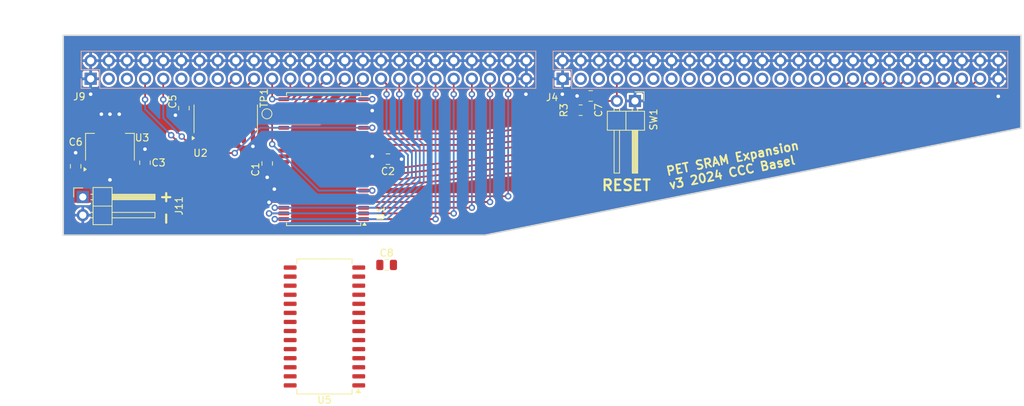
<source format=kicad_pcb>
(kicad_pcb (version 20221018) (generator pcbnew)

  (general
    (thickness 1.6)
  )

  (paper "A4")
  (title_block
    (title "CBM PET SRAM Expansion")
    (date "2024-03-06")
    (rev "3")
    (company "CCC Basel")
  )

  (layers
    (0 "F.Cu" signal)
    (31 "B.Cu" signal)
    (32 "B.Adhes" user "B.Adhesive")
    (33 "F.Adhes" user "F.Adhesive")
    (34 "B.Paste" user)
    (35 "F.Paste" user)
    (36 "B.SilkS" user "B.Silkscreen")
    (37 "F.SilkS" user "F.Silkscreen")
    (38 "B.Mask" user)
    (39 "F.Mask" user)
    (40 "Dwgs.User" user "User.Drawings")
    (41 "Cmts.User" user "User.Comments")
    (42 "Eco1.User" user "User.Eco1")
    (43 "Eco2.User" user "User.Eco2")
    (44 "Edge.Cuts" user)
    (45 "Margin" user)
    (46 "B.CrtYd" user "B.Courtyard")
    (47 "F.CrtYd" user "F.Courtyard")
    (48 "B.Fab" user)
    (49 "F.Fab" user)
    (50 "User.1" user)
    (51 "User.2" user)
    (52 "User.3" user)
    (53 "User.4" user)
    (54 "User.5" user)
    (55 "User.6" user)
    (56 "User.7" user)
    (57 "User.8" user)
    (58 "User.9" user)
  )

  (setup
    (stackup
      (layer "F.SilkS" (type "Top Silk Screen") (color "White"))
      (layer "F.Paste" (type "Top Solder Paste"))
      (layer "F.Mask" (type "Top Solder Mask") (color "Purple") (thickness 0.01))
      (layer "F.Cu" (type "copper") (thickness 0.035))
      (layer "dielectric 1" (type "core") (color "FR4 natural") (thickness 1.51) (material "FR4") (epsilon_r 4.5) (loss_tangent 0.02))
      (layer "B.Cu" (type "copper") (thickness 0.035))
      (layer "B.Mask" (type "Bottom Solder Mask") (color "Purple") (thickness 0.01))
      (layer "B.Paste" (type "Bottom Solder Paste"))
      (layer "B.SilkS" (type "Bottom Silk Screen") (color "White"))
      (copper_finish "None")
      (dielectric_constraints no)
    )
    (pad_to_mask_clearance 0)
    (aux_axis_origin 80 70)
    (pcbplotparams
      (layerselection 0x00013fc_ffffffff)
      (plot_on_all_layers_selection 0x0000000_00000000)
      (disableapertmacros false)
      (usegerberextensions false)
      (usegerberattributes true)
      (usegerberadvancedattributes true)
      (creategerberjobfile true)
      (dashed_line_dash_ratio 12.000000)
      (dashed_line_gap_ratio 3.000000)
      (svgprecision 4)
      (plotframeref false)
      (viasonmask false)
      (mode 1)
      (useauxorigin false)
      (hpglpennumber 1)
      (hpglpenspeed 20)
      (hpglpendiameter 15.000000)
      (dxfpolygonmode true)
      (dxfimperialunits true)
      (dxfusepcbnewfont true)
      (psnegative false)
      (psa4output false)
      (plotreference true)
      (plotvalue true)
      (plotinvisibletext false)
      (sketchpadsonfab false)
      (subtractmaskfromsilk true)
      (outputformat 1)
      (mirror false)
      (drillshape 0)
      (scaleselection 1)
      (outputdirectory "plot/")
    )
  )

  (net 0 "")
  (net 1 "+5V")
  (net 2 "GND")
  (net 3 "/BD0")
  (net 4 "/BD1")
  (net 5 "/BD2")
  (net 6 "/BD3")
  (net 7 "/BD4")
  (net 8 "/BD5")
  (net 9 "/BD6")
  (net 10 "/BD7")
  (net 11 "/~{SEL2}")
  (net 12 "/~{SEL3}")
  (net 13 "/~{SEL4}")
  (net 14 "/~{SEL5}")
  (net 15 "/~{SEL6}")
  (net 16 "/~{SEL7}")
  (net 17 "/~{SEL8}")
  (net 18 "/~{SEL9}")
  (net 19 "/~{SELA}")
  (net 20 "/~{SELB}")
  (net 21 "/~{RESET}")
  (net 22 "/READY")
  (net 23 "/~{NMI}")
  (net 24 "/BA0")
  (net 25 "/BA1")
  (net 26 "unconnected-(U1-DQ8-Pad29)")
  (net 27 "unconnected-(U1-DQ9-Pad30)")
  (net 28 "unconnected-(U1-DQ10-Pad31)")
  (net 29 "unconnected-(U1-DQ11-Pad32)")
  (net 30 "unconnected-(U1-DQ12-Pad35)")
  (net 31 "unconnected-(U1-DQ13-Pad36)")
  (net 32 "unconnected-(U1-DQ14-Pad37)")
  (net 33 "unconnected-(U1-DQ15-Pad38)")
  (net 34 "/BA2")
  (net 35 "/BA3")
  (net 36 "/BA4")
  (net 37 "/BA5")
  (net 38 "/BA6")
  (net 39 "/BA7")
  (net 40 "/BA8")
  (net 41 "/BA9")
  (net 42 "/BA10")
  (net 43 "/BA11")
  (net 44 "/BA12")
  (net 45 "/BA13")
  (net 46 "/BA14")
  (net 47 "/BA15")
  (net 48 "/SYNC")
  (net 49 "/~{IRQ}")
  (net 50 "/CPHI2")
  (net 51 "/BR{slash}W")
  (net 52 "/~{BR{slash}W}")
  (net 53 "unconnected-(J4-Pin_9-Pad9)")
  (net 54 "unconnected-(J4-Pin_11-Pad11)")
  (net 55 "/~{CE}")
  (net 56 "unconnected-(U1-NC-Pad28)")
  (net 57 "unconnected-(J9-Pin_3-Pad3)")
  (net 58 "unconnected-(J9-Pin_11-Pad11)")
  (net 59 "+9V")
  (net 60 "/~{WE}")
  (net 61 "Net-(U2-Pad10)")
  (net 62 "Net-(U2-Pad3)")
  (net 63 "Net-(U2-Pad1)")

  (footprint "Resistor_SMD:R_0805_2012Metric" (layer "F.Cu") (at 152.4 80.5 180))

  (footprint "Package_SO:SOIC-28W_7.5x18.7mm_P1.27mm" (layer "F.Cu") (at 116.55 110.795 180))

  (footprint "Capacitor_SMD:C_0805_2012Metric" (layer "F.Cu") (at 153.8 78.5 180))

  (footprint "Package_SO:SOIC-14_3.9x8.7mm_P1.27mm" (layer "F.Cu") (at 102.736 81.706 90))

  (footprint "Capacitor_SMD:C_0805_2012Metric" (layer "F.Cu") (at 125.436 87.356 180))

  (footprint "TestPoint:TestPoint_Pad_D1.0mm" (layer "F.Cu") (at 108.5 81))

  (footprint "Capacitor_SMD:C_0805_2012Metric" (layer "F.Cu") (at 125.25 102.175))

  (footprint "Package_SO:TSOP-II-44_10.16x18.41mm_P0.8mm" (layer "F.Cu") (at 116.436 87.356 180))

  (footprint "Capacitor_SMD:C_0805_2012Metric" (layer "F.Cu") (at 91.436 87.856 -90))

  (footprint "Connector_PinHeader_2.54mm:PinHeader_1x02_P2.54mm_Horizontal" (layer "F.Cu") (at 82.736 92.656))

  (footprint "Capacitor_SMD:C_0805_2012Metric" (layer "F.Cu") (at 96.886 80.206 -90))

  (footprint "Connector_PinHeader_2.54mm:PinHeader_1x02_P2.54mm_Horizontal" (layer "F.Cu") (at 160 79.2 -90))

  (footprint "Capacitor_SMD:C_0805_2012Metric" (layer "F.Cu") (at 81.736 88.356 -90))

  (footprint "Package_TO_SOT_SMD:SOT-223-3_TabPin2" (layer "F.Cu") (at 86.536 85.656 90))

  (footprint "Capacitor_SMD:C_0805_2012Metric" (layer "F.Cu") (at 108.536 87.956 -90))

  (footprint "Connector_PinSocket_2.54mm:PinSocket_2x25_P2.54mm_Vertical" (layer "B.Cu") (at 83.836 76.096 -90))

  (footprint "Connector_PinSocket_2.54mm:PinSocket_2x25_P2.54mm_Vertical" (layer "B.Cu") (at 149.876 76.096 -90))

  (gr_poly
    (pts
      (xy 80 70)
      (xy 80 98)
      (xy 139 98)
      (xy 214 83)
      (xy 214 70)
    )

    (stroke (width 0.2) (type solid)) (fill none) (layer "Edge.Cuts") (tstamp 0dd3ab04-e666-4b66-af39-8505a82aff56))
  (gr_text "RESET" (at 155.2 91.9) (layer "F.SilkS") (tstamp ada680d6-551e-4b61-90bd-9334076f4bff)
    (effects (font (size 1.5 1.5) (thickness 0.3) bold) (justify left bottom))
  )
  (gr_text "PET SRAM Expansion\nv3 2024 CCC Basel" (at 164.8 91.7 11.309) (layer "F.SilkS") (tstamp b8bf4f42-fff9-456d-9deb-5c596e5468c6)
    (effects (font (size 1.2 1.2) (thickness 0.25) bold) (justify left bottom))
  )
  (gr_text "+ -" (at 93.636 91.556 270) (layer "F.SilkS") (tstamp f575302a-e095-4194-ad15-ebc506393443)
    (effects (font (size 1.5 1.5) (thickness 0.3) bold) (justify left bottom))
  )
  (gr_text "Note: The PET epansion headers\nare numbered from right to left (or bottom\nup when looking at Commodore's schematic), i.e. our\nJ4's pin 49 is pin 1 in the PET, our pin 1 is pin 25 on the\nPET, and similarly for J9. The second row is all GND." (at 213.236 89.056) (layer "Cmts.User") (tstamp 58aca8af-c056-4f12-9bf3-c786f409ff1e)
    (effects (font (size 1 1) (thickness 0.15)) (justify right top))
  )
  (dimension (type aligned) (layer "Dwgs.User") (tstamp 25c5cbdf-1465-4209-b7a4-4f41b235d643)
    (pts (xy 80 70) (xy 80 98))
    (height 2.764)
    (gr_text "28.0000 mm" (at 76.086 84 90) (layer "Dwgs.User") (tstamp 25c5cbdf-1465-4209-b7a4-4f41b235d643)
      (effects (font (size 1 1) (thickness 0.15)))
    )
    (format (prefix "") (suffix "") (units 3) (units_format 1) (precision 4))
    (style (thickness 0.15) (arrow_length 1.27) (text_position_mode 0) (extension_height 0.58642) (extension_offset 0.5) keep_text_aligned)
  )
  (dimension (type aligned) (layer "Dwgs.User") (tstamp dd05ee48-d460-4f4a-ba7d-423e1f3733ea)
    (pts (xy 214 70) (xy 80 70))
    (height 2.944)
    (gr_text "134.0000 mm" (at 147 65.906) (layer "Dwgs.User") (tstamp dd05ee48-d460-4f4a-ba7d-423e1f3733ea)
      (effects (font (size 1 1) (thickness 0.15)))
    )
    (format (prefix "") (suffix "") (units 3) (units_format 1) (precision 4))
    (style (thickness 0.15) (arrow_length 1.27) (text_position_mode 0) (extension_height 0.58642) (extension_offset 0.5) keep_text_aligned)
  )

  (segment (start 122.0235 87.756) (end 124.086 87.756) (width 0.25) (layer "F.Cu") (net 1) (tstamp c20522a2-c75d-4d9e-92c2-e7d359269504))
  (segment (start 124.086 87.756) (end 124.486 87.356) (width 0.25) (layer "F.Cu") (net 1) (tstamp c4c63fba-9fac-4d2d-9ecf-969536ec52b4))
  (segment (start 91.436 86.906) (end 91.436 85.956) (width 0.25) (layer "F.Cu") (net 2) (tstamp 011df45a-c56a-4cc1-9390-1a39d77c223f))
  (segment (start 210.836 76.096) (end 210.836 78.556) (width 0.25) (layer "F.Cu") (net 2) (tstamp 0398e4cb-0d20-4d23-af3e-3bc6b738eff8))
  (segment (start 152.85 78.5) (end 151.9 78.5) (width 0.25) (layer "F.Cu") (net 2) (tstamp 09936fb2-eb94-4d8a-9873-04801f5759f6))
  (segment (start 108.844 93.356) (end 108.8 93.4) (width 0.25) (layer "F.Cu") (net 2) (tstamp 0f6ed585-000f-493a-a1da-af655a15f3bb))
  (segment (start 110.8485 91.756) (end 109.736 91.756) (width 0.25) (layer "F.Cu") (net 2) (tstamp 10849130-c65c-4a1b-8b9d-33883077c151))
  (segment (start 106.546 84.181) (end 106.546 85.546) (width 0.25) (layer "F.Cu") (net 2) (tstamp 1989c981-e8c9-437e-aa18-336ba27d20e3))
  (segment (start 109.736 91.756) (end 109.536 91.556) (width 0.25) (layer "F.Cu") (net 2) (tstamp 1dc7c261-655e-489f-be10-702d3af8c8c2))
  (segment (start 149.876 76.096) (end 149.876 78.216) (width 0.25) (layer "F.Cu") (net 2) (tstamp 1fcd1f41-3840-47bc-80a9-de34132cb6f1))
  (segment (start 149.876 78.216) (end 149.836 78.256) (width 0.25) (layer "F.Cu") (net 2) (tstamp 2461e001-2a15-4bb3-a45d-0c363a2f5b5e))
  (segment (start 86.536 82.506) (end 86.536 82.356) (width 0.25) (layer "F.Cu") (net 2) (tstamp 362d9b5f-ddf7-4b1b-9215-d9322123890b))
  (segment (start 81.736 87.406) (end 81.736 86.456) (width 0.25) (layer "F.Cu") (net 2) (tstamp 3f95890b-961e-49b9-9d7b-2cd1f8c21a78))
  (segment (start 87.836 81.056) (end 87.836 81.206) (width 0.25) (layer "F.Cu") (net 2) (tstamp 42078092-6477-4064-9e11-ff3e9c803262))
  (segment (start 110.8485 87.756) (end 109.686 87.756) (width 0.25) (layer "F.Cu") (net 2) (tstamp 52d4e1b7-11ba-49a4-aeef-1e251dd50a8b))
  (segment (start 144.796 76.096) (end 144.796 78.196) (width 0.25) (layer "F.Cu") (net 2) (tstamp 63babeaa-ecf6-48e5-bbb0-2f5fb51669aa))
  (segment (start 86.536 82.506) (end 86.536 81.056) (width 0.25) (layer "F.Cu") (net 2) (tstamp 68effc70-a377-4b29-a7e5-3ae799e4d3e2))
  (segment (start 108.536 89.9) (end 108.536 88.906) (width 0.25) (layer "F.Cu") (net 2) (tstamp 6939a953-6c23-42e9-acdf-16c2968e03e0))
  (segment (start 109.686 87.756) (end 108.536 88.906) (width 0.25) (layer "F.Cu") (net 2) (tstamp 74ec4e32-d966-4778-b2b6-a71d46c6fb7e))
  (segment (start 122.0235 82.156) (end 122.0235 79.756) (width 0.25) (layer "F.Cu") (net 2) (tstamp 7b5b16bd-9cef-467d-b98d-8008676e0a76))
  (segment (start 122.0235 80.556) (end 123.236 80.556) (width 0.25) (layer "F.Cu") (net 2) (tstamp 832b77e8-3371-4b11-969a-90365ff665de))
  (segment (start 86.536 88.806) (end 86.536 90.256) (width 0.25) (layer "F.Cu") (net 2) (tstamp 889a37ba-2ec4-4389-821d-231ac85d581b))
  (segment (start 144.796 78.196) (end 144.736 78.256) (width 0.25) (layer "F.Cu") (net 2) (tstamp a01d66c7-3530-4e84-93b0-5c7a832167e9))
  (segment (start 87.836 81.206) (end 86.536 82.506) (width 0.25) (layer "F.Cu") (net 2) (tstamp ab747960-7093-45f9-b1f1-cd9fd0f1d8b8))
  (segment (start 126.386 87.356) (end 127.336 87.356) (width 0.25) (layer "F.Cu") (net 2) (tstamp b0d89d18-2123-4989-946f-2fd81d9d417e))
  (segment (start 122.0235 86.956) (end 123.236 86.956) (width 0.25) (layer "F.Cu") (net 2) (tstamp cf250929-cd87-4d57-85f9-85282ed01c95))
  (segment (start 83.836 76.096) (end 83.836 78.256) (width 0.25) (layer "F.Cu") (net 2) (tstamp d2d77894-761e-45af-8fc8-cf6826cc2c6c))
  (segment (start 85.336 81.306) (end 85.336 81.056) (width 0.25) (layer "F.Cu") (net 2) (tstamp d3c403c2-b69d-4e1c-99b8-149abd142414))
  (segment (start 86.536 82.506) (end 85.336 81.306) (width 0.25) (layer "F.Cu") (net 2) (tstamp d6491325-e906-477a-8f83-c8392cc6110f))
  (segment (start 106.546 85.546) (end 106.536 85.556) (width 0.25) (layer "F.Cu") (net 2) (tstamp e50a67c0-8908-49ba-b1df-c003ad73d663))
  (segment (start 95.744 81.156) (end 95.7 81.2) (width 0.25) (layer "F.Cu") (net 2) (tstamp f5e250d8-bd92-4f93-83c9-a7dd879221ca))
  (segment (start 110.8485 93.356) (end 108.844 93.356) (width 0.25) (layer "F.Cu") (net 2) (tstamp f83fe4b3-c5da-4ac0-abe3-8f61916b9118))
  (segment (start 96.886 81.156) (end 95.744 81.156) (width 0.25) (layer "F.Cu") (net 2) (tstamp fbbf6420-a820-4acd-bd20-864b2326a1d4))
  (via (at 144.736 78.256) (size 0.9) (drill 0.5) (layers "F.Cu" "B.Cu") (net 2) (tstamp 039aec84-1c33-44dc-99ec-f49b9a192389))
  (via (at 86.536 81.056) (size 0.9) (drill 0.5) (layers "F.Cu" "B.Cu") (net 2) (tstamp 0da8a494-c134-49fe-b3a9-f9b3426eed95))
  (via (at 108.536 89.9) (size 0.9) (drill 0.5) (layers "F.Cu" "B.Cu") (net 2) (tstamp 3c91f8a7-3010-4453-a036-8e24be5db83c))
  (via (at 86.536 90.256) (size 0.9) (drill 0.5) (layers "F.Cu" "B.Cu") (net 2) (tstamp 3cfaebeb-7fe8-4b5d-92f6-c84a2aab1056))
  (via (at 91.436 85.956) (size 0.9) (drill 0.5) (layers "F.Cu" "B.Cu") (net 2) (tstamp 435c66de-af88-4171-a0b0-b8a13dccdc14))
  (via (at 127.336 87.356) (size 0.9) (drill 0.5) (layers "F.Cu" "B.Cu") (net 2) (tstamp 4568cc53-ba84-48b6-8d8c-24a739738e39))
  (via (at 95.7 81.2) (size 0.9) (drill 0.5) (layers "F.Cu" "B.Cu") (net 2) (tstamp 499cbfd1-0075-484f-a404-c5eff30afd46))
  (via (at 210.836 78.556) (size 0.9) (drill 0.5) (layers "F.Cu" "B.Cu") (net 2) (tstamp 56c45c2e-36a5-4810-a611-5eed89baa986))
  (via (at 83.836 78.256) (size 0.9) (drill 0.5) (layers "F.Cu" "B.Cu") (net 2) (tstamp 5c9ba0b8-0a39-41cd-8fc5-5302d914fbb4))
  (via (at 106.536 85.556) (size 0.9) (drill 0.5) (layers "F.Cu" "B.Cu") (net 2) (tstamp 6de8f9c1-096d-41ff-a901-6a6dfa13d2ec))
  (via (at 85.336 81.056) (size 0.9) (drill 0.5) (layers "F.Cu" "B.Cu") (net 2) (tstamp 7eec2928-bca4-4d37-9646-3aba21192767))
  (via (at 87.836 81.056) (size 0.9) (drill 0.5) (layers "F.Cu" "B.Cu") (net 2) (tstamp 83324a08-e1b8-4a03-8032-158e41eae093))
  (via (at 109.536 91.556) (size 0.9) (drill 0.5) (layers "F.Cu" "B.Cu") (net 2) (tstamp 86d33735-b360-4755-af67-087b8ac9b5ed))
  (via (at 81.736 86.456) (size 0.9) (drill 0.5) (layers "F.Cu" "B.Cu") (net 2) (tstamp 937a74fe-deb6-42a4-9615-0ba7fc53e4ce))
  (via (at 123.236 86.956) (size 0.9) (drill 0.5) (layers "F.Cu" "B.Cu") (net 2) (tstamp 94c22d19-779e-46c3-9c25-4e37a061dffc))
  (via (at 151.9 78.5) (size 0.9) (drill 0.5) (layers "F.Cu" "B.Cu") (net 2) (tstamp a612e9e5-1c63-443a-8260-f00bab1076ae))
  (via (at 149.836 78.256) (size 0.9) (drill 0.5) (layers "F.Cu" "B.Cu") (net 2) (tstamp a9cafa9f-febc-4963-b3c5-17ac6e3bca49))
  (via (at 123.236 80.556) (size 0.9) (drill 0.5) (layers "F.Cu" "B.Cu") (net 2) (tstamp e6e929ae-0523-4db8-bdf0-a5997f1e067c))
  (via (at 108.8 93.4) (size 0.9) (drill 0.5) (layers "F.Cu" "B.Cu") (net 2) (tstamp ef3cb2b4-b5f4-439b-b472-b9abb3eed76c))
  (segment (start 198.236 83.456) (end 208.296 76.096) (width 0.25) (layer "F.Cu") (net 3) (tstamp 5f48dd48-ebc5-4c5f-bcab-c23a9c526fd4))
  (segment (start 122.0235 90.956) (end 127.236 90.956) (width 0.25) (layer "F.Cu") (net 3) (tstamp 82451621-5713-4c11-91ec-1464e770cb62))
  (segment (start 127.236 90.956) (end 198.236 83.456) (width 0.25) (layer "F.Cu") (net 3) (tstamp 835ab5a1-f868-4b47-a523-e2ca04110ca7))
  (segment (start 127.236 90.156) (end 197.136 82.556) (width 0.25) (layer "F.Cu") (net 4) (tstamp 02d19dff-a912-4c0d-8d41-c09cdd687ea6))
  (segment (start 197.136 82.556) (end 205.756 76.096) (width 0.25) (layer "F.Cu") (net 4) (tstamp a7e4fffc-9c57-4788-bf5e-543a4ae7b240))
  (segment (start 122.0235 90.156) (end 127.236 90.156) (width 0.25) (layer "F.Cu") (net 4) (tstamp cd175cb7-98a1-481b-bff3-bb2edeca757c))
  (segment (start 127.236 89.356) (end 195.436 81.756) (width 0.25) (layer "F.Cu") (net 5) (tstamp 3b9d4edd-cd89-47f1-baf3-2a99385e6579))
  (segment (start 122.0235 89.356) (end 127.236 89.356) (width 0.25) (layer "F.Cu") (net 5) (tstamp 95b176f2-f12c-4764-8f4f-7434db73f48c))
  (segment (start 195.436 81.756) (end 203.216 76.096) (width 0.25) (layer "F.Cu") (net 5) (tstamp be87b0d6-0f90-4588-bb6c-a81be9b02549))
  (segment (start 122.0235 88.556) (end 127.236 88.556) (width 0.25) (layer "F.Cu") (net 6) (tstamp 0642edb1-5e44-4987-8698-e34388662104))
  (segment (start 193.936 80.956) (end 200.676 76.096) (width 0.25) (layer "F.Cu") (net 6) (tstamp 4e76c70b-60ed-4433-9857-4afdae5bbfb4))
  (segment (start 127.236 88.556) (end 193.936 80.956) (width 0.25) (layer "F.Cu") (net 6) (tstamp ae014804-4bcd-42af-952a-1c7012760ca3))
  (segment (start 138.636 86.156) (end 122.0235 86.156) (width 0.25) (layer "F.Cu") (net 7) (tstamp 18106df3-a01b-41e3-ab1d-22ccd183db8e))
  (segment (start 192.536 80.156) (end 138.636 86.156) (width 0.25) (layer "F.Cu") (net 7) (tstamp 87330fb0-7ba5-4249-89cd-d3da11a912aa))
  (segment (start 198.136 76.096) (end 192.536 80.156) (width 0.25) (layer "F.Cu") (net 7) (tstamp b15e6981-0138-4226-a6a5-0d4639d80d1c))
  (segment (start 138.636 85.356) (end 191.336 79.256) (width 0.25) (layer "F.Cu") (net 8) (tstamp 01e109a5-e999-410d-b49b-322c4b56062d))
  (segment (start 191.336 79.256) (end 195.596 76.096) (width 0.25) (layer "F.Cu") (net 8) (tstamp 783dcef2-8806-4070-aca7-381e809ed0dd))
  (segment (start 122.0235 85.356) (end 138.636 85.356) (width 0.25) (layer "F.Cu") (net 8) (tstamp dfce4006-ef62-40d0-bc1e-211bc2da1ccf))
  (segment (start 138.636 84.556) (end 122.0235 84.556) (width 0.25) (layer "F.Cu") (net 9) (tstamp a45e4668-8b22-4f92-8a93-16d0f7ae8ab6))
  (segment (start 189.936 78.456) (end 138.636 84.556) (width 0.25) (layer "F.Cu") (net 9) (tstamp b7cf3c08-4566-493d-81fc-76152365f243))
  (segment (start 193.056 76.096) (end 189.936 78.456) (width 0.25) (layer "F.Cu") (net 9) (tstamp e39a6c5a-9dea-4971-a421-836b654259a4))
  (segment (start 188.836 77.556) (end 138.636 83.756) (width 0.25) (layer "F.Cu") (net 10) (tstamp 23e087a9-501e-47be-9f7e-e404df1bcd4d))
  (segment (start 190.516 76.096) (end 188.836 77.556) (width 0.25) (layer "F.Cu") (net 10) (tstamp 35c33f3e-350f-44e5-884f-54e4e6bee590))
  (segment (start 138.636 83.756) (end 122.0235 83.756) (width 0.25) (layer "F.Cu") (net 10) (tstamp b3a1d0ac-fa74-4b88-a341-6b95fbb546be))
  (segment (start 157.46 76.132) (end 157.46 79.2) (width 0.25) (layer "F.Cu") (net 21) (tstamp 1c58a734-9233-4765-bf81-0cce6e05021e))
  (segment (start 154.75 78.75) (end 153.3125 80.1875) (width 0.25) (layer "F.Cu") (net 21) (tstamp 2314484d-83af-4de8-99af-5dbf64b0f33e))
  (segment (start 153.3125 80.1875) (end 153.3125 80.5) (width 0.25) (layer "F.Cu") (net 21) (tstamp 4cf663d1-14a0-49a5-a48a-5e9dbe418a22))
  (segment (start 154.75 78.5) (end 154.75 78.75) (width 0.25) (layer "F.Cu") (net 21) (tstamp 68a30df9-a8f4-4cac-abab-6d9f5f5f4622))
  (segment (start 155.45 79.2) (end 154.75 78.5) (width 0.25) (layer "F.Cu") (net 21) (tstamp 750e56d2-926c-4338-b544-7e1903809383))
  (segment (start 157.46 79.2) (end 155.45 79.2) (width 0.25) (layer "F.Cu") (net 21) (tstamp a8ddbf58-f0b4-44d8-af3e-7ab082ca1a51))
  (segment (start 157.496 76.096) (end 157.46 76.132) (width 0.25) (layer "F.Cu") (net 21) (tstamp f34e2ea7-c6f2-44b5-9267-d6e5baf0f496))
  (segment (start 142.256 76.096) (end 142.256 78.256) (width 0.25) (layer "F.Cu") (net 24) (tstamp 020f604d-0fe6-463c-a82a-6267d386259b))
  (segment (start 122.0235 92.556) (end 142.256 92.556) (width 0.25) (layer "F.Cu") (net 24) (tstamp 814f349b-529e-47b5-8a4e-8128beb5c433))
  (via (at 142.256 92.556) (size 0.9) (drill 0.5) (layers "F.Cu" "B.Cu") (net 24) (tstamp 43eecbe5-855b-4d0c-bb94-5c97987993a2))
  (via (at 142.256 78.256) (size 0.9) (drill 0.5) (layers "F.Cu" "B.Cu") (net 24) (tstamp 5fbb6034-1621-4b2b-bb7a-5f48775d76a3))
  (segment (start 142.256 78.256) (end 142.256 92.556) (width 0.25) (layer "B.Cu") (net 24) (tstamp 6871e2b2-dbad-43d0-84fc-b2c8b233aef2))
  (segment (start 138.136 93.356) (end 139.436 93.356) (width 0.25) (layer "F.Cu") (net 25) (tstamp 134f8063-d249-49c9-b8b0-3fb70fdebd0e))
  (segment (start 139.716 76.096) (end 139.716 78.256) (width 0.25) (layer "F.Cu") (net 25) (tstamp 3c705a89-1b06-4f5f-aab4-864d4222b559))
  (segment (start 122.0235 93.356) (end 138.136 93.356) (width 0.25) (layer "F.Cu") (net 25) (tstamp d43fd0b8-7670-410c-a5bf-2bff6a7c6789))
  (segment (start 138.136 93.356) (end 139.716 93.356) (width 0.25) (layer "F.Cu") (net 25) (tstamp f3d1b219-df4a-44af-ad78-a643d0bfca48))
  (via (at 139.716 93.356) (size 0.9) (drill 0.5) (layers "F.Cu" "B.Cu") (net 25) (tstamp 14839f69-e431-42ce-8717-8ca113c33a6f))
  (via (at 139.716 78.256) (size 0.9) (drill 0.5) (layers "F.Cu" "B.Cu") (net 25) (tstamp 83f2720d-713c-4039-92de-ee77b03a0c0f))
  (segment (start 139.716 78.256) (end 139.716 93.356) (width 0.25) (layer "B.Cu") (net 25) (tstamp 6b54c2bd-1503-4e6c-86e2-18920027d3a0))
  (segment (start 137.176 76.096) (end 137.176 78.256) (width 0.25) (layer "F.Cu") (net 34) (tstamp 08495a6b-d7c0-41ed-a908-d8f900d0d9d3))
  (segment (start 122.0235 94.156) (end 137.176 94.156) (width 0.25) (layer "F.Cu") (net 34) (tstamp 62e4a09f-c002-46f3-b68c-e5f3235e875c))
  (via (at 137.176 94.156) (size 0.9) (drill 0.5) (layers "F.Cu" "B.Cu") (net 34) (tstamp 709d8063-d17c-4699-b539-e14362b2765b))
  (via (at 137.176 78.256) (size 0.9) (drill 0.5) (layers "F.Cu" "B.Cu") (net 34) (tstamp dd1419a7-7528-4f37-b01a-9a8dbf40ea1b))
  (segment (start 137.176 78.256) (end 137.176 94.156) (width 0.25) (layer "B.Cu") (net 34) (tstamp 6c619bcf-c0eb-4112-868f-42670549d11c))
  (segment (start 134.636 76.096) (end 134.636 78.256) (width 0.25) (layer "F.Cu") (net 35) (tstamp 07535421-9495-49fb-b80e-4be889f5abe3))
  (segment (start 122.0235 94.956) (end 134.636 94.956) (width 0.25) (layer "F.Cu") (net 35) (tstamp c65d2d78-e370-4904-a8b4-e3a4d1785495))
  (via (at 134.636 78.256) (size 0.9) (drill 0.5) (layers "F.Cu" "B.Cu") (net 35) (tstamp 3c85e060-2fed-44b9-bfd7-3cc035e39341))
  (via (at 134.636 94.956) (size 0.9) (drill 0.5) (layers "F.Cu" "B.Cu") (net 35) (tstamp bff90011-e855-4eb7-ad81-9a16c7e67c0b))
  (segment (start 134.636 78.256) (end 134.636 94.956) (width 0.25) (layer "B.Cu") (net 35) (tstamp 116a8a3c-1ecc-45ac-b860-0a29550c1ef0))
  (segment (start 122.0235 95.756) (end 132.096 95.756) (width 0.25) (layer "F.Cu") (net 36) (tstamp 49599bbd-3326-4c2b-8183-28e1efd62095))
  (segment (start 132.096 76.096) (end 132.096 78.256) (width 0.25) (layer "F.Cu") (net 36) (tstamp f1dffd1b-a4ff-469e-ab2e-429c5296c84d))
  (via (at 132.096 95.756) (size 0.9) (drill 0.5) (layers "F.Cu" "B.Cu") (net 36) (tstamp 75a8f135-8adb-4b6b-beeb-3af057711318))
  (via (at 132.096 78.256) (size 0.9) (drill 0.5) (layers "F.Cu" "B.Cu") (net 36) (tstamp e38f64e9-f752-4d98-884b-15b5e2410167))
  (segment (start 132.096 78.256) (end 132.096 95.756) (width 0.25) (layer "B.Cu") (net 36) (tstamp b1733f6c-51b0-4979-af2d-0b3fd7c64ce2))
  (segment (start 110.8485 95.756) (end 109.6 95.756) (width 0.25) (layer "F.Cu") (net 37) (tstamp 85fc29e2-202a-4a96-887f-139648905978))
  (segment (start 129.556 76.096) (end 129.556 78.256) (width 0.25) (layer "F.Cu") (net 37) (tstamp dde30f11-b05b-4b62-94d0-6764e9593a1b))
  (via (at 129.556 78.256) (size 0.9) (drill 0.5) (layers "F.Cu" "B.Cu") (net 37) (tstamp 13010197-576b-4291-861b-bcc609ab8064))
  (via (at 109.6 95.756) (size 0.9) (drill 0.5) (layers "F.Cu" "B.Cu") (net 37) (tstamp d96303bf-6731-48b0-b9f8-99c6fedebb50))
  (segment (start 110.7 95.756) (end 125.336 95.756) (width 0.25) (layer "B.Cu") (net 37) (tstamp 3378b7de-b058-4d5f-b7db-7d6c8098e9d9))
  (segment (start 125.336 95.756) (end 130.436 90.656) (width 0.25) (layer "B.Cu") (net 37) (tstamp 451abffc-ca37-4190-8a40-72d50ab22c78))
  (segment (start 129.556 84.456) (end 129.556 78.256) (width 0.25) (layer "B.Cu") (net 37) (tstamp 6b950704-fb64-4b6e-aa52-288b8f53f027))
  (segment (start 130.436 90.656) (end 130.436 85.336) (width 0.25) (layer "B.Cu") (net 37) (tstamp ac030d1d-271d-488b-ab80-ab19f8be3972))
  (segment (start 110.7 95.756) (end 109.6 95.756) (width 0.25) (layer "B.Cu") (net 37) (tstamp d5ce479d-5090-48ca-bb4f-003efee9a21f))
  (segment (start 130.436 85.336) (end 129.556 84.456) (width 0.25) (layer "B.Cu") (net 37) (tstamp ded8643c-4ad5-42d0-a631-34bcc210625d))
  (segment (start 127.016 76.096) (end 127.016 78.256) (width 0.25) (layer "F.Cu") (net 38) (tstamp 875c5c11-85b1-4ab1-9459-70549c2459b5))
  (segment (start 110.8485 94.956) (end 108.8 94.956) (width 0.25) (layer "F.Cu") (net 38) (tstamp 9a243ff6-d87c-4815-969b-c0df1fb1cdd3))
  (via (at 108.8 94.956) (size 0.9) (drill 0.5) (layers "F.Cu" "B.Cu") (net 38) (tstamp 36cbb6e1-ccc4-4b64-9230-6c7a6540d29b))
  (via (at 127.016 78.256) (size 0.9) (drill 0.5) (layers "F.Cu" "B.Cu") (net 38) (tstamp b58461f6-c0fe-46f7-b6db-99c9faaeb3a4))
  (segment (start 124.436 94.956) (end 129.336 90.056) (width 0.25) (layer "B.Cu") (net 38) (tstamp 298d72bd-1dc0-4bf5-aaa2-1fa98a391c63))
  (segment (start 127.016 83.756) (end 127.016 78.256) (width 0.25) (layer "B.Cu") (net 38) (tstamp 37e541a9-0109-43b9-a99f-287be6ffe8dc))
  (segment (start 108.8 94.956) (end 124.436 94.956) (width 0.25) (layer "B.Cu") (net 38) (tstamp 5993c3bb-14b8-4432-8371-01178c4a770a))
  (segment (start 129.336 86.076) (end 127.016 83.756) (width 0.25) (layer "B.Cu") (net 38) (tstamp 5dfd6381-e099-4afc-90fc-651ee1f3bdae))
  (segment (start 129.336 90.056) (end 129.336 86.076) (width 0.25) (layer "B.Cu") (net 38) (tstamp d66f6f2a-0cf9-4c27-8bde-3d14c78672a2))
  (segment (start 125.236 76.856) (end 125.236 78.256) (width 0.25) (layer "F.Cu") (net 39) (tstamp 26c9cfe9-ef15-405d-9c12-05fab8df8534))
  (segment (start 110.8485 94.156) (end 109.6 94.156) (width 0.25) (layer "F.Cu") (net 39) (tstamp 8e2e95e9-78d3-47e3-a625-465e16bf8aac))
  (segment (start 124.476 76.096) (end 125.236 76.856) (width 0.25) (layer "F.Cu") (net 39) (tstamp ecb62fbe-91f0-4288-9833-d8f9dc60be17))
  (via (at 109.6 94.156) (size 0.9) (drill 0.5) (layers "F.Cu" "B.Cu") (net 39) (tstamp 8b957ae4-1db8-4c8b-9b01-faaead3d10bc))
  (via (at 125.236 78.256) (size 0.9) (drill 0.5) (layers "F.Cu" "B.Cu") (net 39) (tstamp cad7a454-de5a-4730-9879-28e956fa3151))
  (segment (start 128.236 86.756) (end 125.236 83.756) (width 0.25) (layer "B.Cu") (net 39) (tstamp 0e2ecc40-af59-4899-abe0-466611df9de0))
  (segment (start 110.7 94.156) (end 109.6 94.156) (width 0.25) (layer "B.Cu") (net 39) (tstamp 62d53463-330e-4779-a557-226a697adad9))
  (segment (start 128.236 89.556) (end 128.236 86.756) (width 0.25) (layer "B.Cu") (net 39) (tstamp a00d1442-8a79-4d6d-b6eb-27da1ab0700d))
  (segment (start 110.7 94.156) (end 123.636 94.156) (width 0.25) (layer "B.Cu") (net 39) (tstamp b3203f21-986a-48a5-83be-860daf3e474c))
  (segment (start 123.636 94.156) (end 128.236 89.556) (width 0.25) (layer "B.Cu") (net 39) (tstamp e577a315-f78a-4cc1-a51a-ce77de8b5bde))
  (segment (start 125.236 83.756) (end 125.236 78.256) (width 0.25) (layer "B.Cu") (net 39) (tstamp f3c0f086-3dcc-4108-be8f-d33f2bb8dc96))
  (segment (start 115.876 82.156) (end 110.8485 82.156) (width 0.25) (layer "F.Cu") (net 40) (tstamp 010958d7-4ff9-4017-908b-bcb84847a579))
  (segment (start 121.936 76.096) (end 115.876 82.156) (width 0.25) (layer "F.Cu") (net 40) (tstamp e0feb040-362b-47bc-9dea-e729cc91bbd2))
  (segment (start 119.396 76.096) (end 114.136 81.356) (width 0.25) (layer "F.Cu") (net 41) (tstamp 51c2af67-508b-418f-9235-5b04d7e1a3c7))
  (segment (start 114.136 81.356) (end 110.8485 81.356) (width 0.25) (layer "F.Cu") (net 41) (tstamp 92434bb8-a998-45f1-a9a3-8f4dbffdd269))
  (segment (start 112.396 80.556) (end 110.8485 80.556) (width 0.25) (layer "F.Cu") (net 42) (tstamp d8441ec3-aed2-4e8a-b246-19caad8dfefb))
  (segment (start 116.856 76.096) (end 112.396 80.556) (width 0.25) (layer "F.Cu") (net 42) (tstamp d8ab2074-0589-4137-93bd-3cb3777c6f59))
  (segment (start 114.316 77.476) (end 112.036 79.756) (width 0.25) (layer "F.Cu") (net 43) (tstamp 4d59f33b-df21-4c30-a4f0-0cfc34fe55e8))
  (segment (start 112.036 79.756) (end 110.8485 79.756) (width 0.25) (layer "F.Cu") (net 43) (tstamp 809b8f15-c255-45ea-9082-13b674f29876))
  (segment (start 114.316 76.096) (end 114.316 77.476) (width 0.25) (layer "F.Cu") (net 43) (tstamp aea176ed-cef3-4540-bc24-f911979fc88c))
  (segment (start 111.236 78.956) (end 110.8485 78.956) (width 0.25) (layer "F.Cu") (net 44) (tstamp 1289305a-38a6-4836-a4f1-0762bfd07694))
  (segment (start 111.776 76.096) (end 111.776 78.416) (width 0.25) (layer "F.Cu") (net 44) (tstamp 5e10f963-6c67-4542-84f2-2535a724b82d))
  (segment (start 111.776 78.416) (end 111.236 78.956) (width 0.25) (layer "F.Cu") (net 44) (tstamp afcfdb1f-9b22-4528-83e1-e5bdc940f4f3))
  (segment (start 109.136 76.196) (end 109.236 76.096) (width 0.25) (layer "F.Cu") (net 45) (tstamp 15dc3a1a-47b5-487a-9e40-1f1792c8fe7b))
  (segment (start 109.236 78.956) (end 109.236 76.096) (width 0.25) (layer "F.Cu") (net 45) (tstamp a5ad01c4-b5b7-41ea-854a-6118db11ff0c))
  (segment (start 122.0235 78.956) (end 123.236 78.956) (width 0.25) (layer "F.Cu") (net 45) (tstamp a802355e-5025-4342-91c2-7847dfc1dead))
  (via (at 109.236 78.956) (size 0.9) (drill 0.5) (layers "F.Cu" "B.Cu") (net 45) (tstamp b10d1706-0328-4c9f-9ac6-75161d819323))
  (via (at 123.236 78.956) (size 0.9) (drill 0.5) (layers "F.Cu" "B.Cu") (net 45) (tstamp f4adb965-1cbf-443a-a5ac-51a0420adb37))
  (segment (start 123.236 78.956) (end 109.236 78.956) (width 0.25) (layer "B.Cu") (net 45) (tstamp 7690d969-2743-4eb6-9cb3-f8f93b68ec7d))
  (segment (start 105.276 77.516) (end 105.276 79.231) (width 0.25) (layer "F.Cu") (net 46) (tstamp 10c74fc4-d1bc-42e6-b278-efca742612c2))
  (segment (start 106.696 76.096) (end 105.276 77.516) (width 0.25) (layer "F.Cu") (net 46) (tstamp d4859b5d-6124-4155-9b6c-f19f3f610b08))
  (segment (start 103.946 76.096) (end 101.466 78.576) (width 0.25) (layer "F.Cu") (net 47) (tstamp 2a5ecab4-ffb5-442e-8eee-948422b2dcdb))
  (segment (start 104.156 76.096) (end 103.946 76.096) (width 0.25) (layer "F.Cu") (net 47) (tstamp 5d21e5b2-9399-4d71-9ee2-4ef3ba9f6939))
  (segment (start 100.196 79.231) (end 101.466 79.231) (width 0.25) (layer "F.Cu") (net 47) (tstamp a075c27a-9298-401d-9a1c-ea1bb39cfb14))
  (segment (start 101.466 78.576) (end 101.466 79.231) (width 0.25) (layer "F.Cu") (net 47) (tstamp c4c6569d-c674-4539-8a22-4f174fddb174))
  (segment (start 98.1 85.7) (end 96.581 84.181) (width 0.25) (layer "F.Cu") (net 50) (tstamp 5511dabb-f422-4236-99bd-88304e02d1ac))
  (segment (start 93.996 78.996) (end 94 79) (width 0.25) (layer "F.Cu") (net 50) (tstamp 6d912f34-c767-4b88-a353-d9cd6686388c))
  (segment (start 103.2 85.7) (end 98.1 85.7) (width 0.25) (layer "F.Cu") (net 50) (tstamp 7c6a7598-c628-4df0-8885-4f2b0eb183a2))
  (segment (start 104.006 84.894) (end 103.2 85.7) (width 0.25) (layer "F.Cu") (net 50) (tstamp a29e8e6c-d9e5-462e-aef3-5dc09603483a))
  (segment (start 93.996 76.096) (end 93.996 78.996) (width 0.25) (layer "F.Cu") (net 50) (tstamp daadd63e-43b4-4eb4-bcc7-078eb60b28fe))
  (segment (start 104.006 84.181) (end 104.006 84.894) (width 0.25) (layer "F.Cu") (net 50) (tstamp fb1c2f0b-27ce-40dd-9fb7-91bd4b57a686))
  (via (at 94 79) (size 0.9) (drill 0.5) (layers "F.Cu" "B.Cu") (net 50) (tstamp 2e777cac-89f7-40bc-8b8a-60c2ed27d618))
  (via (at 96.581 84.181) (size 0.9) (drill 0.5) (layers "F.Cu" "B.Cu") (net 50) (tstamp a74c2284-d92f-4cd9-9251-ae43359d094f))
  (segment (start 94 81.6) (end 96.581 84.181) (width 0.25) (layer "B.Cu") (net 50) (tstamp 8e2a9206-1de8-4490-be0c-96f69871a223))
  (segment (start 94 79) (end 94 81.6) (width 0.25) (layer "B.Cu") (net 50) (tstamp b2119a54-678e-4839-8cb1-e1066e9b9b72))
  (segment (start 97.6 86.5) (end 95.1 84) (width 0.25) (layer "F.Cu") (net 51) (tstamp 3c67bb1f-3b6a-4149-8f96-97d0aa3ebdd4))
  (segment (start 91.456 78.994) (end 91.45 79) (width 0.25) (layer "F.Cu") (net 51) (tstamp 5ab5e0eb-745b-435b-be96-8798c51eb73c))
  (segment (start 102.5 86.5) (end 104 86.5) (width 0.25) (layer "F.Cu") (net 51) (tstamp 603fcff7-1c30-49d2-b499-fd42587d6cd1))
  (segment (start 91.456 76.096) (end 91.456 78.994) (width 0.25) (layer "F.Cu") (net 51) (tstamp 8dcd2ac9-c46a-4b6e-ae61-34df0939d32a))
  (segment (start 102.5 86.5) (end 97.6 86.5) (width 0.25) (layer "F.Cu") (net 51) (tstamp a118375b-2be7-4dce-b9aa-b3ad11a14bf2))
  (segment (start 122.0235 82.956) (end 123.236 82.956) (width 0.25) (layer "F.Cu") (net 51) (tstamp d33bee71-684b-4ae6-bbfd-c6b1bb3ff260))
  (via (at 95.1 84) (size 0.9) (drill 0.5) (layers "F.Cu" "B.Cu") (net 51) (tstamp 4687cea2-3ac2-4b94-8ebf-b4211242dff8))
  (via (at 91.45 79) (size 0.9) (drill 0.5) (layers "F.Cu" "B.Cu") (net 51) (tstamp 4aad6580-645b-4569-8549-f1b301987973))
  (via (at 123.236 82.956) (size 0.9) (drill 0.5) (layers "F.Cu" "B.Cu") (net 51) (tstamp 4b03fdc9-afd1-43e9-a3b3-5e84ab75b4fd))
  (via (at 104 86.5) (size 0.9) (drill 0.5) (layers "F.Cu" "B.Cu") (net 51) (tstamp d8eacfae-0cda-44e0-bf11-c6d6dee46ee6))
  (segment (start 109 82.956) (end 108.4 82.956) (width 0.25) (layer "B.Cu") (net 51) (tstamp 28d64a49-a626-46e5-85dd-ac412ddfae81))
  (segment (start 108.4 82.956) (end 107.544 82.956) (width 0.25) (layer "B.Cu") (net 51) (tstamp 5232c364-58d2-4a60-953f-cb6a284fecfe))
  (segment (start 91.45 80.35) (end 95.1 84) (width 0.25) (layer "B.Cu") (net 51) (tstamp 9f23f626-5f41-4d57-a5bd-9ac974378a9c))
  (segment (start 109 82.956) (end 109.6 82.956) (width 0.25) (layer "B.Cu") (net 51) (tstamp ac816282-554d-476c-8772-05a38b5181ee))
  (segment (start 107.544 82.956) (end 104 86.5) (width 0.25) (layer "B.Cu") (net 51) (tstamp eb92daa5-b144-4ded-8688-6843ba1ffe36))
  (segment (start 109.6 82.956) (end 123.236 82.956) (width 0.25) (layer "B.Cu") (net 51) (tstamp f4c3cac2-f22d-4f3c-9f6c-bc8f781c2061))
  (segment (start 91.45 79) (end 91.45 80.35) (width 0.25) (layer "B.Cu") (net 51) (tstamp ffbe0600-85f2-4ce8-bf6b-ccf80660a3ea))
  (segment (start 108.74 82.06) (end 109.236 82.556) (width 0.25) (layer "F.Cu") (net 55) (tstamp 1fc8da8c-1b65-4499-aff1-bf60acd8146b))
  (segment (start 109.236 82.556) (end 109.236 84.4) (width 0.25) (layer "F.Cu") (net 55) (tstamp 3a2e0a4d-ca5d-4b8f-8113-9302fadbcf6d))
  (segment (start 108.5 82.06) (end 106.64 82.06) (width 0.25) (layer "F.Cu") (net 55) (tstamp 4c13affb-c908-4130-9d41-122ce8b958b8))
  (segment (start 109.236 84.4) (end 109.236 85.256) (width 0.25) (layer "F.Cu") (net 55) (tstamp 50706d6f-3a4a-46ae-b4e8-ed04c98ef66b))
  (segment (start 108.5 82.06) (end 108.74 82.06) (width 0.25) (layer "F.Cu") (net 55) (tstamp 5f244453-f4d5-498e-8816-514ab19ec319))
  (segment (start 108.5 81) (end 108.5 82.06) (width 0.25) (layer "F.Cu") (net 55) (tstamp 66b5c54a-2174-429b-86d0-9d4ef19a7df2))
  (segment (start 105.276 83.424) (end 105.276 84.181) (width 0.25) (layer "F.Cu") (net 55) (tstamp 9d698ef7-c630-4936-bbde-7f3457cdf7be))
  (segment (start 122.0235 91.756) (end 123.236 91.756) (width 0.25) (layer "F.Cu") (net 55) (tstamp e0fc4976-9876-4351-a4f3-419aae9c4592))
  (segment (start 106.64 82.06) (end 105.276 83.424) (width 0.25) (layer "F.Cu") (net 55) (tstamp e6bcd816-c75b-4dde-89b7-4ea06587a5d3))
  (via (at 123.236 91.756) (size 0.9) (drill 0.5) (layers "F.Cu" "B.Cu") (net 55) (tstamp 03f7edb3-591e-4b3a-8437-1d5bfc9ba96d))
  (via (at 109.236 85.256) (size 0.9) (drill 0.5) (layers "F.Cu" "B.Cu") (net 55) (tstamp 3df4ebdb-4afb-4912-b84d-a948845a70bc))
  (segment (start 115.736 91.756) (end 109.236 85.256) (width 0.25) (layer "B.Cu") (net 55) (tstamp 0cda0863-76e8-460b-8f94-bc8bd1b95c87))
  (segment (start 123.236 91.756) (end 115.736 91.756) (width 0.25) (layer "B.Cu") (net 55) (tstamp c9f61096-80c1-4fde-93a3-10567d9e1c24))
  (segment (start 102.736 79.231) (end 104.006 79.231) (width 0.25) (layer "F.Cu") (net 61) (tstamp 6aa451d5-922d-4955-9ac6-73eaa072d216))
  (segment (start 101.466 84.181) (end 102.736 84.181) (width 0.25) (layer "F.Cu") (net 62) (tstamp 3d8ec1f1-32e3-430b-a758-d93d7836eac6))
  (segment (start 98.926 84.181) (end 100.196 84.181) (width 0.25) (layer "F.Cu") (net 63) (tstamp 16abea53-a53e-4895-998c-5801ad7ccc6f))
  (segment (start 104.7 82.6) (end 101 82.6) (width 0.25) (layer "F.Cu") (net 63) (tstamp 424177b1-d3f0-4c78-aff5-9738451883a3))
  (segment (start 98.907 84.2) (end 98.926 84.181) (width 0.25) (layer "F.Cu") (net 63) (tstamp 4772aff9-8050-4384-843f-8447a3870a78))
  (segment (start 101 82.6) (end 100.196 83.404) (width 0.25) (layer "F.Cu") (net 63) (tstamp 8d83f337-4247-4ed5-b76e-203cbc78bbe0))
  (segment (start 106.546 79.231) (end 106.546 80.754) (width 0.25) (layer "F.Cu") (net 63) (tstamp ae097f41-9cb8-4f23-8738-563b1c1574eb))
  (segment (start 106.546 80.754) (end 104.7 82.6) (width 0.25) (layer "F.Cu") (net 63) (tstamp c048efff-86bf-4692-88f2-893ff1ded9bd))
  (segment (start 100.196 83.404) (end 100.196 84.181) (width 0.25) (layer "F.Cu") (net 63) (tstamp c4aa03e0-3f2c-4802-9cd4-bc5921c0b7e3))

  (zone (net 1) (net_name "+5V") (layer "F.Cu") (tstamp 28ff3e11-f060-4459-a227-48c70b8cedca) (hatch edge 0.5)
    (connect_pads (clearance 0.3))
    (min_thickness 0.2) (filled_areas_thickness no)
    (fill yes (thermal_gap 0.4) (thermal_bridge_width 0.4))
    (polygon
      (pts
        (xy 80 98)
        (xy 214 98)
        (xy 214 70)
        (xy 80 70)
      )
    )
    (filled_polygon
      (layer "F.Cu")
      (pts
        (xy 125.575079 86.600407)
        (xy 125.611043 86.649907)
        (xy 125.611043 86.711093)
        (xy 125.608986 86.716818)
        (xy 125.596123 86.749436)
        (xy 125.5855 86.837893)
        (xy 125.5855 87.874106)
        (xy 125.592812 87.934996)
        (xy 125.596123 87.962564)
        (xy 125.606248 87.988239)
        (xy 125.608986 87.995182)
        (xy 125.612744 88.056251)
        (xy 125.579889 88.107867)
        (xy 125.522969 88.130313)
        (xy 125.516888 88.1305)
        (xy 125.457719 88.1305)
        (xy 125.399528 88.111593)
        (xy 125.363564 88.062093)
        (xy 125.36265 88.00388)
        (xy 125.3831 87.933489)
        (xy 125.386 87.896636)
        (xy 125.386 87.556001)
        (xy 125.385999 87.556)
        (xy 124.385 87.556)
        (xy 124.326809 87.537093)
        (xy 124.290845 87.487593)
        (xy 124.286 87.457)
        (xy 124.286 87.255)
        (xy 124.304907 87.196809)
        (xy 124.354407 87.160845)
        (xy 124.385 87.156)
        (xy 125.385999 87.156)
        (xy 125.386 87.155999)
        (xy 125.386 86.815363)
        (xy 125.3831 86.77851)
        (xy 125.36265 86.70812)
        (xy 125.364572 86.646965)
        (xy 125.402073 86.598619)
        (xy 125.457719 86.5815)
        (xy 125.516888 86.5815)
      )
    )
    (filled_polygon
      (layer "F.Cu")
      (pts
        (xy 213.958691 70.019407)
        (xy 213.994655 70.068907)
        (xy 213.9995 70.0995)
        (xy 213.9995 82.918429)
        (xy 213.980593 82.97662)
        (xy 213.931093 83.012584)
        (xy 213.919915 83.015506)
        (xy 139.009565 97.997577)
        (xy 138.99015 97.9995)
        (xy 80.0995 97.9995)
        (xy 80.041309 97.980593)
        (xy 80.005345 97.931093)
        (xy 80.0005 97.9005)
        (xy 80.0005 95.196)
        (xy 81.580571 95.196)
        (xy 81.600244 95.408311)
        (xy 81.612683 95.452028)
        (xy 81.658595 95.613389)
        (xy 81.753634 95.804255)
        (xy 81.882128 95.974407)
        (xy 81.88371 95.975849)
        (xy 82.039692 96.118047)
        (xy 82.039699 96.118053)
        (xy 82.14217 96.1815)
        (xy 82.220981 96.230298)
        (xy 82.419802 96.307321)
        (xy 82.62939 96.3465)
        (xy 82.84261 96.3465)
        (xy 83.052198 96.307321)
        (xy 83.251019 96.230298)
        (xy 83.432302 96.118052)
        (xy 83.589872 95.974407)
        (xy 83.718366 95.804255)
        (xy 83.813405 95.613389)
        (xy 83.871756 95.40831)
        (xy 83.891429 95.196)
        (xy 83.871756 94.98369)
        (xy 83.863879 94.956004)
        (xy 108.044751 94.956004)
        (xy 108.063685 95.124053)
        (xy 108.063688 95.124065)
        (xy 108.119544 95.28369)
        (xy 108.119544 95.283691)
        (xy 108.20952 95.426886)
        (xy 108.209523 95.42689)
        (xy 108.32911 95.546477)
        (xy 108.329112 95.546478)
        (xy 108.329113 95.546479)
        (xy 108.359763 95.565738)
        (xy 108.47231 95.636456)
        (xy 108.536232 95.658823)
        (xy 108.631934 95.692311)
        (xy 108.631938 95.692312)
        (xy 108.631941 95.692313)
        (xy 108.761767 95.706941)
        (xy 108.817473 95.732244)
        (xy 108.847669 95.78546)
        (xy 108.849058 95.794233)
        (xy 108.863685 95.924053)
        (xy 108.863688 95.924065)
        (xy 108.919544 96.08369)
        (xy 108.919544 96.083691)
        (xy 109.00952 96.226886)
        (xy 109.009523 96.22689)
        (xy 109.12911 96.346477)
        (xy 109.129112 96.346478)
        (xy 109.129113 96.346479)
        (xy 109.272306 96.436454)
        (xy 109.27231 96.436456)
        (xy 109.336232 96.458823)
        (xy 109.431934 96.492311)
        (xy 109.431938 96.492312)
        (xy 109.431941 96.492313)
        (xy 109.431942 96.492313)
        (xy 109.431946 96.492314)
        (xy 109.599996 96.511249)
        (xy 109.6 96.511249)
        (xy 109.600004 96.511249)
        (xy 109.768053 96.492314)
        (xy 109.768055 96.492313)
        (xy 109.768059 96.492313)
        (xy 109.92769 96.436456)
        (xy 110.07089 96.346477)
        (xy 110.070891 96.346475)
        (xy 110.075597 96.343519)
        (xy 110.077057 96.345842)
        (xy 110.124115 96.328099)
        (xy 110.137954 96.328425)
        (xy 110.14115 96.328724)
        (xy 110.141151 96.328725)
        (xy 110.170736 96.331499)
        (xy 110.170738 96.3315)
        (xy 110.170744 96.3315)
        (xy 111.526262 96.3315)
        (xy 111.526265 96.331499)
        (xy 111.555849 96.328725)
        (xy 111.680475 96.285116)
        (xy 111.786711 96.206711)
        (xy 111.865116 96.100475)
        (xy 111.908725 95.975849)
        (xy 111.9115 95.946256)
        (xy 111.9115 95.565744)
        (xy 111.9115 95.565738)
        (xy 111.911499 95.565733)
        (xy 111.908725 95.536155)
        (xy 111.908725 95.536151)
        (xy 111.865116 95.411525)
        (xy 111.865115 95.411523)
        (xy 111.861648 95.404962)
        (xy 111.863863 95.403791)
        (xy 111.848182 95.356761)
        (xy 111.863591 95.308064)
        (xy 111.861648 95.307038)
        (xy 111.865115 95.300476)
        (xy 111.865114 95.300476)
        (xy 111.865116 95.300475)
        (xy 111.908725 95.175849)
        (xy 111.9115 95.146256)
        (xy 111.9115 94.765744)
        (xy 111.9115 94.765738)
        (xy 111.911499 94.765733)
        (xy 111.908725 94.736155)
        (xy 111.908725 94.736151)
        (xy 111.865116 94.611525)
        (xy 111.865115 94.611523)
        (xy 111.861648 94.604962)
        (xy 111.863863 94.603791)
        (xy 111.848182 94.556761)
        (xy 111.863591 94.508064)
        (xy 111.861648 94.507038)
        (xy 111.865115 94.500476)
        (xy 111.865114 94.500476)
        (xy 111.865116 94.500475)
        (xy 111.908725 94.375849)
        (xy 111.9115 94.346256)
        (xy 111.9115 93.965744)
        (xy 111.9115 93.965738)
        (xy 111.911499 93.965733)
        (xy 111.908725 93.936155)
        (xy 111.908725 93.936151)
        (xy 111.865116 93.811525)
        (xy 111.865115 93.811523)
        (xy 111.861648 93.804962)
        (xy 111.863863 93.803791)
        (xy 111.848182 93.756761)
        (xy 111.863591 93.708064)
        (xy 111.861648 93.707038)
        (xy 111.865115 93.700476)
        (xy 111.865114 93.700476)
        (xy 111.865116 93.700475)
        (xy 111.908725 93.575849)
        (xy 111.9115 93.546256)
        (xy 111.9115 93.165744)
        (xy 111.9115 93.165738)
        (xy 111.911499 93.165733)
        (xy 111.908725 93.136155)
        (xy 111.908725 93.136151)
        (xy 111.895863 93.099396)
        (xy 111.89449 93.038228)
        (xy 111.910425 93.006879)
        (xy 111.94642 92.959413)
        (xy 111.946423 92.959408)
        (xy 112.000626 92.821959)
        (xy 112.008548 92.756)
        (xy 109.688452 92.756)
        (xy 109.696102 92.819695)
        (xy 109.684268 92.879725)
        (xy 109.63941 92.921335)
        (xy 109.597808 92.9305)
        (xy 109.432874 92.9305)
        (xy 109.374683 92.911593)
        (xy 109.362876 92.901509)
        (xy 109.27089 92.809523)
        (xy 109.270887 92.809521)
        (xy 109.270886 92.80952)
        (xy 109.127691 92.719544)
        (xy 108.968065 92.663688)
        (xy 108.968053 92.663685)
        (xy 108.800004 92.644751)
        (xy 108.799996 92.644751)
        (xy 108.631946 92.663685)
        (xy 108.631934 92.663688)
        (xy 108.472309 92.719544)
        (xy 108.472308 92.719544)
        (xy 108.329113 92.80952)
        (xy 108.20952 92.929113)
        (xy 108.119544 93.072308)
        (xy 108.119544 93.072309)
        (xy 108.063688 93.231934)
        (xy 108.063685 93.231946)
        (xy 108.044751 93.399995)
        (xy 108.044751 93.400004)
        (xy 108.063685 93.568053)
        (xy 108.063688 93.568065)
        (xy 108.119544 93.72769)
        (xy 108.119544 93.727691)
        (xy 108.182768 93.82831)
        (xy 108.209523 93.87089)
        (xy 108.32911 93.990477)
        (xy 108.329112 93.990478)
        (xy 108.329113 93.990479)
        (xy 108.402284 94.036456)
        (xy 108.47231 94.080456)
        (xy 108.481899 94.083811)
        (xy 108.484027 94.084556)
        (xy 108.532707 94.121621)
        (xy 108.550304 94.180222)
        (xy 108.530096 94.237973)
        (xy 108.484027 94.271444)
        (xy 108.472309 94.275544)
        (xy 108.472308 94.275544)
        (xy 108.329113 94.36552)
        (xy 108.20952 94.485113)
        (xy 108.119544 94.628308)
        (xy 108.119544 94.628309)
        (xy 108.063688 94.787934)
        (xy 108.063685 94.787946)
        (xy 108.044751 94.955995)
        (xy 108.044751 94.956004)
        (xy 83.863879 94.956004)
        (xy 83.813405 94.778611)
        (xy 83.718366 94.587745)
        (xy 83.589872 94.417593)
        (xy 83.51162 94.346256)
        (xy 83.432307 94.273952)
        (xy 83.4323 94.273946)
        (xy 83.251024 94.161705)
        (xy 83.251019 94.161702)
        (xy 83.147557 94.121621)
        (xy 83.052198 94.084679)
        (xy 83.052197 94.084678)
        (xy 83.052195 94.084678)
        (xy 82.84261 94.0455)
        (xy 82.62939 94.0455)
        (xy 82.419804 94.084678)
        (xy 82.22098 94.161702)
        (xy 82.220975 94.161705)
        (xy 82.039699 94.273946)
        (xy 82.039692 94.273952)
        (xy 81.882135 94.417586)
        (xy 81.882131 94.417589)
        (xy 81.882128 94.417593)
        (xy 81.882125 94.417597)
        (xy 81.753635 94.587743)
        (xy 81.75363 94.587752)
        (xy 81.658596 94.778608)
        (xy 81.600244 94.983688)
        (xy 81.580571 95.196)
        (xy 80.0005 95.196)
        (xy 80.0005 89.599106)
        (xy 80.7105 89.599106)
        (xy 80.721123 89.687564)
        (xy 80.723597 89.693837)
        (xy 80.7305 89.730157)
        (xy 80.7305 93.357)
        (xy 80.734261 93.404786)
        (xy 80.737983 93.428289)
        (xy 80.739106 93.43538)
        (xy 80.739106 93.435385)
        (xy 80.745512 93.465752)
        (xy 80.745514 93.465757)
        (xy 80.793689 93.567158)
        (xy 80.793695 93.567168)
        (xy 80.823488 93.608175)
        (xy 80.829655 93.616662)
        (xy 80.872876 93.662348)
        (xy 80.883824 93.67392)
        (xy 80.982401 93.727639)
        (xy 80.982403 93.72764)
        (xy 81.040596 93.746548)
        (xy 81.040593 93.746548)
        (xy 81.134997 93.7615)
        (xy 81.135 93.7615)
        (xy 81.699811 93.7615)
        (xy 81.739798 93.769935)
        (xy 81.755043 93.776666)
        (xy 81.816009 93.803585)
        (xy 81.841135 93.8065)
        (xy 83.630864 93.806499)
        (xy 83.655991 93.803585)
        (xy 83.732201 93.769934)
        (xy 83.772189 93.7615)
        (xy 84.936993 93.7615)
        (xy 84.937 93.7615)
        (xy 84.984786 93.757739)
        (xy 85.015379 93.752894)
        (xy 85.015384 93.752893)
        (xy 85.015385 93.752893)
        (xy 85.027116 93.750418)
        (xy 85.045754 93.746487)
        (xy 85.147162 93.698309)
        (xy 85.196662 93.662345)
        (xy 85.253919 93.608177)
        (xy 85.299755 93.524065)
        (xy 85.307639 93.509598)
        (xy 85.30764 93.509596)
        (xy 85.326548 93.451404)
        (xy 85.3415 93.357003)
        (xy 85.3415 90.4605)
        (xy 85.360407 90.402309)
        (xy 85.409907 90.366345)
        (xy 85.4405 90.3615)
        (xy 85.707552 90.3615)
        (xy 85.765743 90.380407)
        (xy 85.800996 90.427802)
        (xy 85.855544 90.58369)
        (xy 85.855544 90.583691)
        (xy 85.94552 90.726886)
        (xy 85.945523 90.72689)
        (xy 86.06511 90.846477)
        (xy 86.065112 90.846478)
        (xy 86.065113 90.846479)
        (xy 86.111369 90.875544)
        (xy 86.20831 90.936456)
        (xy 86.272232 90.958823)
        (xy 86.367934 90.992311)
        (xy 86.367938 90.992312)
        (xy 86.367941 90.992313)
        (xy 86.367942 90.992313)
        (xy 86.367946 90.992314)
        (xy 86.535996 91.011249)
        (xy 86.536 91.011249)
        (xy 86.536004 91.011249)
        (xy 86.704053 90.992314)
        (xy 86.704055 90.992313)
        (xy 86.704059 90.992313)
        (xy 86.86369 90.936456)
        (xy 87.00689 90.846477)
        (xy 87.126477 90.72689)
        (xy 87.216456 90.58369)
        (xy 87.259562 90.4605)
        (xy 87.271004 90.427802)
        (xy 87.308069 90.379122)
        (xy 87.364448 90.3615)
        (xy 87.89169 90.3615)
        (xy 87.891692 90.3615)
        (xy 87.963007 90.35306)
        (xy 88.007952 90.34227)
        (xy 88.060035 90.32468)
        (xy 88.152658 90.261231)
        (xy 88.195914 90.217974)
        (xy 88.250429 90.190199)
        (xy 88.28187 90.191257)
        (xy 88.28193 90.190728)
        (xy 88.417459 90.205999)
        (xy 88.417477 90.206)
        (xy 88.635999 90.206)
        (xy 88.636 90.205999)
        (xy 89.036 90.205999)
        (xy 89.036001 90.206)
        (xy 89.254523 90.206)
        (xy 89.25454 90.205999)
        (xy 89.384539 90.191351)
        (xy 89.384551 90.191348)
        (xy 89.549387 90.133669)
        (xy 89.697258 90.040756)
        (xy 89.820756 89.917258)
        (xy 89.913669 89.769387)
        (xy 89.971348 89.604551)
        (xy 89.971351 89.604539)
        (xy 89.985999 89.47454)
        (xy 89.986 89.474523)
        (xy 89.986 89.121636)
        (xy 90.311 89.121636)
        (xy 90.313899 89.158489)
        (xy 90.359719 89.3162)
        (xy 90.359719 89.316201)
        (xy 90.443314 89.457552)
        (xy 90.559447 89.573685)
        (xy 90.700799 89.65728)
        (xy 90.85851 89.7031)
        (xy 90.895363 89.706)
        (xy 91.235999 89.706)
        (xy 91.236 89.705999)
        (xy 91.636 89.705999)
        (xy 91.636001 89.706)
        (xy 91.976637 89.706)
        (xy 92.013489 89.7031)
        (xy 92.1712 89.65728)
        (xy 92.171201 89.65728)
        (xy 92.312552 89.573685)
        (xy 92.428685 89.457552)
        (xy 92.51228 89.316201)
        (xy 92.51228 89.3162)
        (xy 92.546299 89.199106)
        (xy 107.5105 89.199106)
        (xy 107.521123 89.287565)
        (xy 107.576637 89.428339)
        (xy 107.576638 89.428341)
        (xy 107.576639 89.428342)
        (xy 107.668078 89.548922)
        (xy 107.668081 89.548924)
        (xy 107.668082 89.548925)
        (xy 107.765269 89.622625)
        (xy 107.800211 89.672851)
        (xy 107.799119 89.726104)
        (xy 107.800925 89.726517)
        (xy 107.799685 89.731946)
        (xy 107.780751 89.899995)
        (xy 107.780751 89.900004)
        (xy 107.799685 90.068053)
        (xy 107.799688 90.068065)
        (xy 107.855544 90.22769)
        (xy 107.855544 90.227691)
        (xy 107.942667 90.366345)
        (xy 107.945523 90.37089)
        (xy 108.06511 90.490477)
        (xy 108.065112 90.490478)
        (xy 108.065113 90.490479)
        (xy 108.170599 90.556761)
        (xy 108.20831 90.580456)
        (xy 108.272232 90.602823)
        (xy 108.367934 90.636311)
        (xy 108.367938 90.636312)
        (xy 108.367941 90.636313)
        (xy 108.367942 90.636313)
        (xy 108.367946 90.636314)
        (xy 108.535996 90.655249)
        (xy 108.536 90.655249)
        (xy 108.536004 90.655249)
        (xy 108.704053 90.636314)
        (xy 108.704055 90.636313)
        (xy 108.704059 90.636313)
        (xy 108.86369 90.580456)
        (xy 109.00689 90.490477)
        (xy 109.126477 90.37089)
        (xy 109.216456 90.22769)
        (xy 109.272313 90.068059)
        (xy 109.274378 90.049733)
        (xy 109.291249 89.900004)
        (xy 109.291249 89.899995)
        (xy 109.272313 89.731941)
        (xy 109.271076 89.726519)
        (xy 109.272925 89.726096)
        (xy 109.271731 89.673041)
        (xy 109.306572 89.622745)
        (xy 109.30673 89.622625)
        (xy 109.403922 89.548922)
        (xy 109.495361 89.428342)
        (xy 109.550877 89.287564)
        (xy 109.5615 89.199102)
        (xy 109.5615 88.612898)
        (xy 109.55323 88.544032)
        (xy 109.565064 88.484004)
        (xy 109.581517 88.462229)
        (xy 109.616497 88.42725)
        (xy 109.671014 88.399474)
        (xy 109.731446 88.409046)
        (xy 109.77471 88.452311)
        (xy 109.7855 88.497255)
        (xy 109.7855 88.746266)
        (xy 109.788274 88.775844)
        (xy 109.788276 88.775852)
        (xy 109.831882 88.900471)
        (xy 109.835351 88.907034)
        (xy 109.833141 88.908201)
        (xy 109.848817 88.95528)
        (xy 109.833399 89.003934)
        (xy 109.835351 89.004966)
        (xy 109.831882 89.011528)
        (xy 109.788276 89.136147)
        (xy 109.788274 89.136155)
        (xy 109.7855 89.165733)
        (xy 109.7855 89.546266)
        (xy 109.788274 89.575844)
        (xy 109.788276 89.575852)
        (xy 109.831882 89.700471)
        (xy 109.835351 89.707034)
        (xy 109.833141 89.708201)
        (xy 109.848817 89.75528)
        (xy 109.833399 89.803934)
        (xy 109.835351 89.804966)
        (xy 109.831882 89.811528)
        (xy 109.788276 89.936147)
        (xy 109.788274 89.936155)
        (xy 109.7855 89.965733)
        (xy 109.7855 90.346266)
        (xy 109.788274 90.375844)
        (xy 109.788276 90.375852)
        (xy 109.831882 90.500471)
        (xy 109.835351 90.507034)
        (xy 109.833141 90.508201)
        (xy 109.848817 90.55528)
        (xy 109.833399 90.603934)
        (xy 109.835351 90.604966)
        (xy 109.831882 90.611528)
        (xy 109.788275 90.736149)
        (xy 109.787501 90.739693)
        (xy 109.786341 90.741675)
        (xy 109.786285 90.741837)
        (xy 109.786253 90.741825)
        (xy 109.75661 90.792508)
        (xy 109.700575 90.817078)
        (xy 109.679698 90.816942)
        (xy 109.647286 90.81329)
        (xy 109.536 90.800751)
        (xy 109.535998 90.800751)
        (xy 109.535996 90.800751)
        (xy 109.367946 90.819685)
        (xy 109.367934 90.819688)
        (xy 109.208309 90.875544)
        (xy 109.208308 90.875544)
        (xy 109.065113 90.96552)
        (xy 108.94552 91.085113)
        (xy 108.855544 91.228308)
        (xy 108.855544 91.228309)
        (xy 108.799688 91.387934)
        (xy 108.799685 91.387946)
        (xy 108.780751 91.555995)
        (xy 108.780751 91.556004)
        (xy 108.799685 91.724053)
        (xy 108.799688 91.724065)
        (xy 108.855544 91.88369)
        (xy 108.855544 91.883691)
        (xy 108.94552 92.026886)
        (xy 108.945523 92.02689)
        (xy 109.06511 92.146477)
        (xy 109.065112 92.146478)
        (xy 109.065113 92.146479)
        (xy 109.195345 92.22831)
        (xy 109.20831 92.236456)
        (xy 109.272232 92.258823)
        (xy 109.367934 92.292311)
        (xy 109.367938 92.292312)
        (xy 109.367941 92.292313)
        (xy 109.367942 92.292313)
        (xy 109.367946 92.292314)
        (xy 109.535996 92.311249)
        (xy 109.536 92.311249)
        (xy 109.536003 92.311249)
        (xy 109.558495 92.308714)
        (xy 109.587455 92.305451)
        (xy 109.647396 92.317723)
        (xy 109.672599 92.33813)
        (xy 109.688452 92.356)
        (xy 112.008547 92.356)
        (xy 112.000626 92.29004)
        (xy 111.946423 92.152591)
        (xy 111.94642 92.152587)
        (xy 111.910424 92.105118)
        (xy 111.890329 92.047327)
        (xy 111.895864 92.012602)
        (xy 111.908725 91.975849)
        (xy 111.9115 91.946256)
        (xy 111.9115 91.565744)
        (xy 111.9115 91.565738)
        (xy 111.911499 91.565733)
        (xy 111.908725 91.536155)
        (xy 111.908725 91.536151)
        (xy 111.865116 91.411525)
        (xy 111.865115 91.411523)
        (xy 111.861648 91.404962)
        (xy 111.863863 91.403791)
        (xy 111.848182 91.356761)
        (xy 111.863591 91.308064)
        (xy 111.861648 91.307038)
        (xy 111.865115 91.300476)
        (xy 111.865114 91.300476)
        (xy 111.865116 91.300475)
        (xy 111.908725 91.175849)
        (xy 111.9115 91.146256)
        (xy 111.9115 90.765744)
        (xy 111.9115 90.765738)
        (xy 111.911499 90.765733)
        (xy 111.908725 90.736155)
        (xy 111.908725 90.736151)
        (xy 111.865116 90.611525)
        (xy 111.865115 90.611523)
        (xy 111.861648 90.604962)
        (xy 111.863863 90.603791)
        (xy 111.848182 90.556761)
        (xy 111.863591 90.508064)
        (xy 111.861648 90.507038)
        (xy 111.865115 90.500476)
        (xy 111.865114 90.500476)
        (xy 111.865116 90.500475)
        (xy 111.908725 90.375849)
        (xy 111.9115 90.346256)
        (xy 111.9115 89.965744)
        (xy 111.9115 89.965738)
        (xy 111.911499 89.965733)
        (xy 111.908725 89.936155)
        (xy 111.908725 89.936151)
        (xy 111.865116 89.811525)
        (xy 111.865115 89.811523)
        (xy 111.861648 89.804962)
        (xy 111.863863 89.803791)
        (xy 111.848182 89.756761)
        (xy 111.863591 89.708064)
        (xy 111.861648 89.707038)
        (xy 111.865115 89.700476)
        (xy 111.865114 89.700476)
        (xy 111.865116 89.700475)
        (xy 111.908725 89.575849)
        (xy 111.9115 89.546256)
        (xy 111.9115 89.165744)
        (xy 111.9115 89.165738)
        (xy 111.911499 89.165733)
        (xy 111.908725 89.136155)
        (xy 111.908725 89.136151)
        (xy 111.865116 89.011525)
        (xy 111.865115 89.011523)
        (xy 111.861648 89.004962)
        (xy 111.863863 89.003791)
        (xy 111.848182 88.956761)
        (xy 111.863591 88.908064)
        (xy 111.861648 88.907038)
        (xy 111.865115 88.900476)
        (xy 111.865114 88.900476)
        (xy 111.865116 88.900475)
        (xy 111.908725 88.775849)
        (xy 111.9115 88.746256)
        (xy 111.9115 88.365744)
        (xy 111.9115 88.365738)
        (xy 111.911499 88.365733)
        (xy 111.908725 88.336155)
        (xy 111.908725 88.336151)
        (xy 111.865116 88.211525)
        (xy 111.865115 88.211523)
        (xy 111.861648 88.204962)
        (xy 111.863863 88.203791)
        (xy 111.848182 88.156761)
        (xy 111.863591 88.108064)
        (xy 111.861648 88.107038)
        (xy 111.865115 88.100476)
        (xy 111.865114 88.100476)
        (xy 111.865116 88.100475)
        (xy 111.908725 87.975849)
        (xy 111.910586 87.956)
        (xy 120.863452 87.956)
        (xy 120.871373 88.021959)
        (xy 120.925576 88.159408)
        (xy 120.925579 88.159412)
        (xy 120.961575 88.20688)
        (xy 120.98167 88.264671)
        (xy 120.976136 88.299396)
        (xy 120.963275 88.336151)
        (xy 120.963274 88.336155)
        (xy 120.9605 88.365733)
        (xy 120.9605 88.746266)
        (xy 120.963274 88.775844)
        (xy 120.963276 88.775852)
        (xy 121.006882 88.900471)
        (xy 121.010351 88.907034)
        (xy 121.008141 88.908201)
        (xy 121.023817 88.95528)
        (xy 121.008399 89.003934)
        (xy 121.010351 89.004966)
        (xy 121.006882 89.011528)
        (xy 120.963276 89.136147)
        (xy 120.963274 89.136155)
        (xy 120.9605 89.165733)
        (xy 120.9605 89.546266)
        (xy 120.963274 89.575844)
        (xy 120.963276 89.575852)
        (xy 121.006882 89.700471)
        (xy 121.010351 89.707034)
        (xy 121.008141 89.708201)
        (xy 121.023817 89.75528)
        (xy 121.008399 89.803934)
        (xy 121.010351 89.804966)
        (xy 121.006882 89.811528)
        (xy 120.963276 89.936147)
        (xy 120.963274 89.936155)
        (xy 120.9605 89.965733)
        (xy 120.9605 90.346266)
        (xy 120.963274 90.375844)
        (xy 120.963276 90.375852)
        (xy 121.006882 90.500471)
        (xy 121.010351 90.507034)
        (xy 121.008141 90.508201)
        (xy 121.023817 90.55528)
        (xy 121.008399 90.603934)
        (xy 121.010351 90.604966)
        (xy 121.006882 90.611528)
        (xy 120.963276 90.736147)
        (xy 120.963274 90.736155)
        (xy 120.9605 90.765733)
        (xy 120.9605 91.146266)
        (xy 120.963274 91.175844)
        (xy 120.963276 91.175852)
        (xy 121.006882 91.300471)
        (xy 121.010351 91.307034)
        (xy 121.008141 91.308201)
        (xy 121.023817 91.35528)
        (xy 121.008399 91.403934)
        (xy 121.010351 91.404966)
        (xy 121.006882 91.411528)
        (xy 120.963276 91.536147)
        (xy 120.963274 91.536155)
        (xy 120.9605 91.565733)
        (xy 120.9605 91.946266)
        (xy 120.963274 91.975844)
        (xy 120.963276 91.975852)
        (xy 121.006882 92.100471)
        (xy 121.010351 92.107034)
        (xy 121.008141 92.108201)
        (xy 121.023817 92.15528)
        (xy 121.008399 92.203934)
        (xy 121.010351 92.204966)
        (xy 121.006882 92.211528)
        (xy 120.963276 92.336147)
        (xy 120.963274 92.336155)
        (xy 120.9605 92.365733)
        (xy 120.9605 92.746266)
        (xy 120.963274 92.775844)
        (xy 120.963276 92.775852)
        (xy 121.006882 92.900471)
        (xy 121.010351 92.907034)
        (xy 121.008141 92.908201)
        (xy 121.023817 92.95528)
        (xy 121.008399 93.003934)
        (xy 121.010351 93.004966)
        (xy 121.006882 93.011528)
        (xy 120.963276 93.136147)
        (xy 120.963274 93.136155)
        (xy 120.9605 93.165733)
        (xy 120.9605 93.546266)
        (xy 120.963274 93.575844)
        (xy 120.963276 93.575852)
        (xy 121.006882 93.700471)
        (xy 121.010351 93.707034)
        (xy 121.008141 93.708201)
        (xy 121.023817 93.75528)
        (xy 121.008399 93.803934)
        (xy 121.010351 93.804966)
        (xy 121.006882 93.811528)
        (xy 120.963276 93.936147)
        (xy 120.963274 93.936155)
        (xy 120.9605 93.965733)
        (xy 120.9605 94.346266)
        (xy 120.963274 94.375844)
        (xy 120.963276 94.375852)
        (xy 121.006882 94.500471)
        (xy 121.010351 94.507034)
        (xy 121.008141 94.508201)
        (xy 121.023817 94.55528)
        (xy 121.008399 94.603934)
        (xy 121.010351 94.604966)
        (xy 121.006882 94.611528)
        (xy 120.963276 94.736147)
        (xy 120.963274 94.736155)
        (xy 120.9605 94.765733)
        (xy 120.9605 95.146266)
        (xy 120.963274 95.175844)
        (xy 120.963276 95.175852)
        (xy 121.006882 95.300471)
        (xy 121.010351 95.307034)
        (xy 121.008141 95.308201)
        (xy 121.023817 95.35528)
        (xy 121.008399 95.403934)
        (xy 121.010351 95.404966)
        (xy 121.006882 95.411528)
        (xy 120.963276 95.536147)
        (xy 120.963274 95.536155)
        (xy 120.9605 95.565733)
        (xy 120.9605 95.946266)
        (xy 120.963274 95.975844)
        (xy 120.963276 95.975852)
        (xy 121.006884 96.100476)
        (xy 121.067582 96.182719)
        (xy 121.085289 96.206711)
        (xy 121.085292 96.206713)
        (xy 121.085293 96.206714)
        (xy 121.191523 96.285115)
        (xy 121.191524 96.285115)
        (xy 121.191525 96.285116)
        (xy 121.316151 96.328725)
        (xy 121.343441 96.331284)
        (xy 121.345733 96.331499)
        (xy 121.345738 96.3315)
        (xy 121.345744 96.3315)
        (xy 122.701262 96.3315)
        (xy 122.701265 96.331499)
        (xy 122.730849 96.328725)
        (xy 122.855475 96.285116)
        (xy 122.961711 96.206711)
        (xy 122.961711 96.20671)
        (xy 122.967681 96.202305)
        (xy 122.969408 96.204645)
        (xy 123.012443 96.182719)
        (xy 123.02793 96.1815)
        (xy 131.422288 96.1815)
        (xy 131.480479 96.200407)
        (xy 131.501552 96.22295)
        (xy 131.502059 96.222546)
        (xy 131.505519 96.226885)
        (xy 131.50552 96.226886)
        (xy 131.505523 96.22689)
        (xy 131.62511 96.346477)
        (xy 131.625112 96.346478)
        (xy 131.625113 96.346479)
        (xy 131.768306 96.436454)
        (xy 131.76831 96.436456)
        (xy 131.832232 96.458823)
        (xy 131.927934 96.492311)
        (xy 131.927938 96.492312)
        (xy 131.927941 96.492313)
        (xy 131.927942 96.492313)
        (xy 131.927946 96.492314)
        (xy 132.095996 96.511249)
        (xy 132.096 96.511249)
        (xy 132.096004 96.511249)
        (xy 132.264053 96.492314)
        (xy 132.264055 96.492313)
        (xy 132.264059 96.492313)
        (xy 132.42369 96.436456)
        (xy 132.56689 96.346477)
        (xy 132.686477 96.22689)
        (xy 132.776456 96.08369)
        (xy 132.832313 95.924059)
        (xy 132.845813 95.804247)
        (xy 132.851249 95.756004)
        (xy 132.851249 95.755995)
        (xy 132.832314 95.587946)
        (xy 132.832311 95.587934)
        (xy 132.80616 95.513198)
        (xy 132.804787 95.452028)
        (xy 132.839631 95.401733)
        (xy 132.897383 95.381525)
        (xy 132.899604 95.3815)
        (xy 133.962288 95.3815)
        (xy 134.020479 95.400407)
        (xy 134.041552 95.42295)
        (xy 134.042059 95.422546)
        (xy 134.045519 95.426885)
        (xy 134.04552 95.426886)
        (xy 134.045523 95.42689)
        (xy 134.16511 95.546477)
        (xy 134.165112 95.546478)
        (xy 134.165113 95.546479)
        (xy 134.195763 95.565738)
        (xy 134.30831 95.636456)
        (xy 134.372232 95.658823)
        (xy 134.467934 95.692311)
        (xy 134.467938 95.692312)
        (xy 134.467941 95.692313)
        (xy 134.467942 95.692313)
        (xy 134.467946 95.692314)
        (xy 134.635996 95.711249)
        (xy 134.636 95.711249)
        (xy 134.636004 95.711249)
        (xy 134.804053 95.692314)
        (xy 134.804055 95.692313)
        (xy 134.804059 95.692313)
        (xy 134.96369 95.636456)
        (xy 135.10689 95.546477)
        (xy 135.226477 95.42689)
        (xy 135.316456 95.28369)
        (xy 135.372313 95.124059)
        (xy 135.388129 94.98369)
        (xy 135.391249 94.956004)
        (xy 135.391249 94.955995)
        (xy 135.372314 94.787946)
        (xy 135.372311 94.787934)
        (xy 135.34616 94.713198)
        (xy 135.344787 94.652028)
        (xy 135.379631 94.601733)
        (xy 135.437383 94.581525)
        (xy 135.439604 94.5815)
        (xy 136.502288 94.5815)
        (xy 136.560479 94.600407)
        (xy 136.581552 94.62295)
        (xy 136.582059 94.622546)
        (xy 136.585519 94.626885)
        (xy 136.58552 94.626886)
        (xy 136.585523 94.62689)
        (xy 136.70511 94.746477)
        (xy 136.705112 94.746478)
        (xy 136.705113 94.746479)
        (xy 136.75625 94.778611)
        (xy 136.84831 94.836456)
        (xy 136.912232 94.858823)
        (xy 137.007934 94.892311)
        (xy 137.007938 94.892312)
        (xy 137.007941 94.892313)
        (xy 137.007942 94.892313)
        (xy 137.007946 94.892314)
        (xy 137.175996 94.911249)
        (xy 137.176 94.911249)
        (xy 137.176004 94.911249)
        (xy 137.344053 94.892314)
        (xy 137.344055 94.892313)
        (xy 137.344059 94.892313)
        (xy 137.50369 94.836456)
        (xy 137.64689 94.746477)
        (xy 137.766477 94.62689)
        (xy 137.856456 94.48369)
        (xy 137.912313 94.324059)
        (xy 137.912314 94.324053)
        (xy 137.931249 94.156004)
        (xy 137.931249 94.155995)
        (xy 137.912314 93.987946)
        (xy 137.912311 93.987934)
        (xy 137.88616 93.913198)
        (xy 137.884787 93.852028)
        (xy 137.919631 93.801733)
        (xy 137.977383 93.781525)
        (xy 137.979604 93.7815)
        (xy 138.102512 93.7815)
        (xy 139.042288 93.7815)
        (xy 139.100479 93.800407)
        (xy 139.121552 93.82295)
        (xy 139.122059 93.822546)
        (xy 139.125519 93.826885)
        (xy 139.12552 93.826886)
        (xy 139.125523 93.82689)
        (xy 139.24511 93.946477)
        (xy 139.245112 93.946478)
        (xy 139.245113 93.946479)
        (xy 139.275763 93.965738)
        (xy 139.38831 94.036456)
        (xy 139.452232 94.058823)
        (xy 139.547934 94.092311)
        (xy 139.547938 94.092312)
        (xy 139.547941 94.092313)
        (xy 139.547942 94.092313)
        (xy 139.547946 94.092314)
        (xy 139.715996 94.111249)
        (xy 139.716 94.111249)
        (xy 139.716004 94.111249)
        (xy 139.884053 94.092314)
        (xy 139.884055 94.092313)
        (xy 139.884059 94.092313)
        (xy 140.04369 94.036456)
        (xy 140.18689 93.946477)
        (xy 140.306477 93.82689)
        (xy 140.396456 93.68369)
        (xy 140.452313 93.524059)
        (xy 140.452314 93.524053)
        (xy 140.471249 93.356004)
        (xy 140.471249 93.355995)
        (xy 140.452314 93.187946)
        (xy 140.452311 93.187934)
        (xy 140.42616 93.113198)
        (xy 140.424787 93.052028)
        (xy 140.459631 93.001733)
        (xy 140.517383 92.981525)
        (xy 140.519604 92.9815)
        (xy 141.582288 92.9815)
        (xy 141.640479 93.000407)
        (xy 141.661552 93.02295)
        (xy 141.662059 93.022546)
        (xy 141.665519 93.026885)
        (xy 141.66552 93.026886)
        (xy 141.665523 93.02689)
        (xy 141.78511 93.146477)
        (xy 141.785112 93.146478)
        (xy 141.785113 93.146479)
        (xy 141.815763 93.165738)
        (xy 141.92831 93.236456)
        (xy 141.992232 93.258823)
        (xy 142.087934 93.292311)
        (xy 142.087938 93.292312)
        (xy 142.087941 93.292313)
        (xy 142.087942 93.292313)
        (xy 142.087946 93.292314)
        (xy 142.255996 93.311249)
        (xy 142.256 93.311249)
        (xy 142.256004 93.311249)
        (xy 142.424053 93.292314)
        (xy 142.424055 93.292313)
        (xy 142.424059 93.292313)
        (xy 142.58369 93.236456)
        (xy 142.72689 93.146477)
        (xy 142.846477 93.02689)
        (xy 142.936456 92.88369)
        (xy 142.992313 92.724059)
        (xy 142.992822 92.719544)
        (xy 143.011249 92.556004)
        (xy 143.011249 92.555995)
        (xy 142.992314 92.387946)
        (xy 142.992311 92.387934)
        (xy 142.939306 92.236456)
        (xy 142.936456 92.22831)
        (xy 142.922884 92.206711)
        (xy 142.846479 92.085113)
        (xy 142.846478 92.085112)
        (xy 142.846477 92.08511)
        (xy 142.72689 91.965523)
        (xy 142.726887 91.965521)
        (xy 142.726886 91.96552)
        (xy 142.583691 91.875544)
        (xy 142.424065 91.819688)
        (xy 142.424053 91.819685)
        (xy 142.256004 91.800751)
        (xy 142.255996 91.800751)
        (xy 142.087946 91.819685)
        (xy 142.087934 91.819688)
        (xy 141.928309 91.875544)
        (xy 141.928308 91.875544)
        (xy 141.785113 91.96552)
        (xy 141.665519 92.085114)
        (xy 141.662059 92.089454)
        (xy 141.660895 92.088526)
        (xy 141.619149 92.123382)
        (xy 141.582288 92.1305)
        (xy 124.039604 92.1305)
        (xy 123.981413 92.111593)
        (xy 123.945449 92.062093)
        (xy 123.945449 92.000907)
        (xy 123.94616 91.998802)
        (xy 123.972311 91.924065)
        (xy 123.972314 91.924053)
        (xy 123.991249 91.756004)
        (xy 123.991249 91.755995)
        (xy 123.972314 91.587946)
        (xy 123.972311 91.587934)
        (xy 123.94616 91.513198)
        (xy 123.944787 91.452028)
        (xy 123.979631 91.401733)
        (xy 124.037383 91.381525)
        (xy 124.039604 91.3815)
        (xy 127.222394 91.3815)
        (xy 127.227523 91.381632)
        (xy 127.229194 91.381719)
        (xy 127.24739 91.382664)
        (xy 127.247391 91.382663)
        (xy 127.247396 91.382664)
        (xy 127.253227 91.382047)
        (xy 127.263629 91.3815)
        (xy 127.269491 91.3815)
        (xy 127.277573 91.380219)
        (xy 127.28915 91.378385)
        (xy 127.294184 91.377721)
        (xy 198.212768 83.886321)
        (xy 198.233163 83.886816)
        (xy 198.237422 83.886802)
        (xy 198.237423 83.886801)
        (xy 198.237426 83.886802)
        (xy 198.289688 83.878345)
        (xy 198.295068 83.877627)
        (xy 198.314001 83.875628)
        (xy 198.320522 83.873876)
        (xy 198.330344 83.871768)
        (xy 198.370481 83.865276)
        (xy 198.38073 83.86001)
        (xy 198.4003 83.852455)
        (xy 198.41143 83.849467)
        (xy 198.445502 83.827314)
        (xy 198.454213 83.822262)
        (xy 198.460213 83.819181)
        (xy 198.475569 83.807945)
        (xy 198.480049 83.804853)
        (xy 198.524432 83.775999)
        (xy 198.524434 83.775996)
        (xy 198.527647 83.7731)
        (xy 198.542369 83.759073)
        (xy 207.630683 77.109969)
        (xy 207.688808 77.090871)
        (xy 207.741253 77.105699)
        (xy 207.780981 77.130298)
        (xy 207.979802 77.207321)
        (xy 208.18939 77.2465)
        (xy 208.40261 77.2465)
        (xy 208.612198 77.207321)
        (xy 208.811019 77.130298)
        (xy 208.992302 77.018052)
        (xy 209.149872 76.874407)
        (xy 209.278366 76.704255)
        (xy 209.373405 76.513389)
        (xy 209.431756 76.30831)
        (xy 209.451429 76.096)
        (xy 209.680571 76.096)
        (xy 209.700244 76.308311)
        (xy 209.709064 76.33931)
        (xy 209.758595 76.513389)
        (xy 209.853634 76.704255)
        (xy 209.982128 76.874407)
        (xy 209.982135 76.874413)
        (xy 210.139692 77.018047)
        (xy 210.139699 77.018053)
        (xy 210.320977 77.130296)
        (xy 210.320978 77.130296)
        (xy 210.320981 77.130298)
        (xy 210.347262 77.140479)
        (xy 210.394693 77.179129)
        (xy 210.4105 77.232794)
        (xy 210.4105 77.882287)
        (xy 210.391593 77.940478)
        (xy 210.369051 77.961554)
        (xy 210.369454 77.962059)
        (xy 210.365114 77.965519)
        (xy 210.24552 78.085113)
        (xy 210.155544 78.228308)
        (xy 210.155544 78.228309)
        (xy 210.099688 78.387934)
        (xy 210.099685 78.387946)
        (xy 210.080751 78.555995)
        (xy 210.080751 78.556004)
        (xy 210.099685 78.724053)
        (xy 210.099688 78.724065)
        (xy 210.155544 78.88369)
        (xy 210.155544 78.883691)
        (xy 210.228629 79.000004)
        (xy 210.245523 79.02689)
        (xy 210.36511 79.146477)
        (xy 210.365112 79.146478)
        (xy 210.365113 79.146479)
        (xy 210.486926 79.22302)
        (xy 210.50831 79.236456)
        (xy 210.539421 79.247342)
        (xy 210.667934 79.292311)
        (xy 210.667938 79.292312)
        (xy 210.667941 79.292313)
        (xy 210.667942 79.292313)
        (xy 210.667946 79.292314)
        (xy 210.835996 79.311249)
        (xy 210.836 79.311249)
        (xy 210.836004 79.311249)
        (xy 211.004053 79.292314)
        (xy 211.004055 79.292313)
        (xy 211.004059 79.292313)
        (xy 211.16369 79.236456)
        (xy 211.30689 79.146477)
        (xy 211.426477 79.02689)
        (xy 211.516456 78.88369)
        (xy 211.572313 78.724059)
        (xy 211.572314 78.724053)
        (xy 211.591249 78.556004)
        (xy 211.591249 78.555995)
        (xy 211.572314 78.387946)
        (xy 211.572311 78.387934)
        (xy 211.533824 78.277946)
        (xy 211.516456 78.22831)
        (xy 211.511038 78.219688)
        (xy 211.426479 78.085113)
        (xy 211.426478 78.085112)
        (xy 211.426477 78.08511)
        (xy 211.30689 77.965523)
        (xy 211.306887 77.965521)
        (xy 211.306885 77.965519)
        (xy 211.302546 77.962059)
        (xy 211.303471 77.960898)
        (xy 211.268611 77.91913)
        (xy 211.2615 77.882287)
        (xy 211.2615 77.232794)
        (xy 211.280407 77.174603)
        (xy 211.324737 77.140479)
        (xy 211.351019 77.130298)
        (xy 211.532302 77.018052)
        (xy 211.689872 76.874407)
        (xy 211.818366 76.704255)
        (xy 211.913405 76.513389)
        (xy 211.971756 76.30831)
        (xy 211.991429 76.096)
        (xy 211.971756 75.88369)
        (xy 211.913405 75.678611)
        (xy 211.818366 75.487745)
        (xy 211.689872 75.317593)
        (xy 211.562119 75.20113)
        (xy 211.532307 75.173952)
        (xy 211.5323 75.173946)
        (xy 211.351024 75.061705)
        (xy 211.351019 75.061702)
        (xy 211.152198 74.984679)
        (xy 211.152197 74.984678)
        (xy 211.152195 74.984678)
        (xy 210.94261 74.9455)
        (xy 210.72939 74.9455)
        (xy 210.519804 74.984678)
        (xy 210.32098 75.061702)
        (xy 210.320975 75.061705)
        (xy 210.139699 75.173946)
        (xy 210.139692 75.173952)
        (xy 209.982135 75.317586)
        (xy 209.982131 75.317589)
        (xy 209.982128 75.317593)
        (xy 209.982125 75.317597)
        (xy 209.853635 75.487743)
        (xy 209.85363 75.487752)
        (xy 209.758596 75.678608)
        (xy 209.700244 75.883688)
        (xy 209.680571 76.096)
        (xy 209.451429 76.096)
        (xy 209.431756 75.88369)
        (xy 209.373405 75.678611)
        (xy 209.278366 75.487745)
        (xy 209.149872 75.317593)
        (xy 209.022119 75.20113)
        (xy 208.992307 75.173952)
        (xy 208.9923 75.173946)
        (xy 208.811024 75.061705)
        (xy 208.811019 75.061702)
        (xy 208.612198 74.984679)
        (xy 208.612197 74.984678)
        (xy 208.612195 74.984678)
        (xy 208.40261 74.9455)
        (xy 208.18939 74.9455)
        (xy 207.979804 74.984678)
        (xy 207.78098 75.061702)
        (xy 207.780975 75.061705)
        (xy 207.599699 75.173946)
        (xy 207.599692 75.173952)
        (xy 207.442135 75.317586)
        (xy 207.442131 75.317589)
        (xy 207.442128 75.317593)
        (xy 207.442125 75.317597)
        (xy 207.313635 75.487743)
        (xy 207.31363 75.487752)
        (xy 207.218596 75.678608)
        (xy 207.160244 75.883688)
        (xy 207.160244 75.88369)
        (xy 207.140571 76.096)
        (xy 207.160244 76.30831)
        (xy 207.160245 76.308312)
        (xy 207.160245 76.308314)
        (xy 207.162907 76.317671)
        (xy 207.160645 76.378814)
        (xy 207.126141 76.424661)
        (xy 207.020851 76.501692)
        (xy 206.962723 76.520791)
        (xy 206.90447 76.502077)
        (xy 206.868343 76.452696)
        (xy 206.867175 76.394701)
        (xy 206.891756 76.30831)
        (xy 206.911429 76.096)
        (xy 206.891756 75.88369)
        (xy 206.833405 75.678611)
        (xy 206.738366 75.487745)
        (xy 206.609872 75.317593)
        (xy 206.482119 75.20113)
        (xy 206.452307 75.173952)
        (xy 206.4523 75.173946)
        (xy 206.271024 75.061705)
        (xy 206.271019 75.061702)
        (xy 206.072198 74.984679)
        (xy 206.072197 74.984678)
        (xy 206.072195 74.984678)
        (xy 205.86261 74.9455)
        (xy 205.64939 74.9455)
        (xy 205.439804 74.984678)
        (xy 205.24098 75.061702)
        (xy 205.240975 75.061705)
        (xy 205.059699 75.173946)
        (xy 205.059692 75.173952)
        (xy 204.902135 75.317586)
        (xy 204.902131 75.317589)
        (xy 204.902128 75.317593)
        (xy 204.902125 75.317597)
        (xy 204.773635 75.487743)
        (xy 204.77363 75.487752)
        (xy 204.678596 75.678608)
        (xy 204.620244 75.883688)
        (xy 204.600571 76.096)
        (xy 204.620244 76.308312)
        (xy 204.620245 76.308317)
        (xy 204.626733 76.331119)
        (xy 204.624471 76.392263)
        (xy 204.590883 76.437432)
        (xy 204.475187 76.524137)
        (xy 204.417282 76.543904)
        (xy 204.358818 76.525861)
        (xy 204.322125 76.476899)
        (xy 204.320596 76.417823)
        (xy 204.351756 76.30831)
        (xy 204.371429 76.096)
        (xy 204.351756 75.88369)
        (xy 204.293405 75.678611)
        (xy 204.198366 75.487745)
        (xy 204.069872 75.317593)
        (xy 203.942119 75.20113)
        (xy 203.912307 75.173952)
        (xy 203.9123 75.173946)
        (xy 203.731024 75.061705)
        (xy 203.731019 75.061702)
        (xy 203.532198 74.984679)
        (xy 203.532197 74.984678)
        (xy 203.532195 74.984678)
        (xy 203.32261 74.9455)
        (xy 203.10939 74.9455)
        (xy 202.899804 74.984678)
        (xy 202.70098 75.061702)
        (xy 202.700975 75.061705)
        (xy 202.519699 75.173946)
        (xy 202.519692 75.173952)
        (xy 202.362135 75.317586)
        (xy 202.362131 75.317589)
        (xy 202.362128 75.317593)
        (xy 202.362125 75.317597)
        (xy 202.233635 75.487743)
        (xy 202.23363 75.487752)
        (xy 202.138596 75.678608)
        (xy 202.080244 75.883688)
        (xy 202.060571 76.096)
        (xy 202.080244 76.308311)
        (xy 202.082019 76.314548)
        (xy 202.079755 76.375692)
        (xy 202.045038 76.421693)
        (xy 201.942144 76.496549)
        (xy 201.883965 76.515493)
        (xy 201.825763 76.496622)
        (xy 201.789768 76.447145)
        (xy 201.788683 76.389401)
        (xy 201.811756 76.30831)
        (xy 201.831429 76.096)
        (xy 201.811756 75.88369)
        (xy 201.753405 75.678611)
        (xy 201.658366 75.487745)
        (xy 201.529872 75.317593)
        (xy 201.402119 75.20113)
        (xy 201.372307 75.173952)
        (xy 201.3723 75.173946)
        (xy 201.191024 75.061705)
        (xy 201.191019 75.061702)
        (xy 200.992198 74.984679)
        (xy 200.992197 74.984678)
        (xy 200.992195 74.984678)
        (xy 200.78261 74.9455)
        (xy 200.56939 74.9455)
        (xy 200.359804 74.984678)
        (xy 200.16098 75.061702)
        (xy 200.160975 75.061705)
        (xy 199.979699 75.173946)
        (xy 199.979692 75.173952)
        (xy 199.822135 75.317586)
        (xy 199.822131 75.317589)
        (xy 199.822128 75.317593)
        (xy 199.822125 75.317597)
        (xy 199.693635 75.487743)
        (xy 199.69363 75.487752)
        (xy 199.598596 75.678608)
        (xy 199.540244 75.883688)
        (xy 199.520571 76.096)
        (xy 199.540244 76.308312)
        (xy 199.540245 76.308317)
        (xy 199.540619 76.309629)
        (xy 199.540597 76.3102)
        (xy 199.541086 76.312812)
        (xy 199.540496 76.312922)
        (xy 199.538353 76.370772)
        (xy 199.503299 76.417015)
        (xy 199.404168 76.488495)
        (xy 199.345909 76.507193)
        (xy 199.287787 76.488077)
        (xy 199.252001 76.438448)
        (xy 199.251044 76.381103)
        (xy 199.271756 76.30831)
        (xy 199.291429 76.096)
        (xy 199.271756 75.88369)
        (xy 199.213405 75.678611)
        (xy 199.118366 75.487745)
        (xy 198.989872 75.317593)
        (xy 198.862119 75.20113)
        (xy 198.832307 75.173952)
        (xy 198.8323 75.173946)
        (xy 198.651024 75.061705)
        (xy 198.651019 75.061702)
        (xy 198.452198 74.984679)
        (xy 198.452197 74.984678)
        (xy 198.452195 74.984678)
        (xy 198.24261 74.9455)
        (xy 198.02939 74.9455)
        (xy 197.819804 74.984678)
        (xy 197.62098 75.061702)
        (xy 197.620975 75.061705)
        (xy 197.439699 75.173946)
        (xy 197.439692 75.173952)
        (xy 197.282135 75.317586)
        (xy 197.282131 75.317589)
        (xy 197.282128 75.317593)
        (xy 197.282125 75.317597)
        (xy 197.153635 75.487743)
        (xy 197.15363 75.487752)
        (xy 197.058596 75.678608)
        (xy 197.000244 75.883688)
        (xy 197.000244 75.88369)
        (xy 196.980571 76.096)
        (xy 197.000244 76.30831)
        (xy 197.000244 76.308312)
        (xy 197.000245 76.308316)
        (xy 197.001475 76.31264)
        (xy 196.999209 76.373783)
        (xy 196.964362 76.419874)
        (xy 196.862934 76.49341)
        (xy 196.804724 76.512259)
        (xy 196.746553 76.493293)
        (xy 196.710639 76.443757)
        (xy 196.709603 76.386168)
        (xy 196.731756 76.30831)
        (xy 196.751429 76.096)
        (xy 196.731756 75.88369)
        (xy 196.673405 75.678611)
        (xy 196.578366 75.487745)
        (xy 196.449872 75.317593)
        (xy 196.322119 75.20113)
        (xy 196.292307 75.173952)
        (xy 196.2923 75.173946)
        (xy 196.111024 75.061705)
        (xy 196.111019 75.061702)
        (xy 195.912198 74.984679)
        (xy 195.912197 74.984678)
        (xy 195.912195 74.984678)
        (xy 195.70261 74.9455)
        (xy 195.48939 74.9455)
        (xy 195.279804 74.984678)
        (xy 195.08098 75.061702)
        (xy 195.080975 75.061705)
        (xy 194.899699 75.173946)
        (xy 194.899692 75.173952)
        (xy 194.742135 75.317586)
        (xy 194.742131 75.317589)
        (xy 194.742128 75.317593)
        (xy 194.742125 75.317597)
        (xy 194.613635 75.487743)
        (xy 194.61363 75.487752)
        (xy 194.518596 75.678608)
        (xy 194.460244 75.883688)
        (xy 194.440571 76.096)
        (xy 194.460244 76.308312)
        (xy 194.460246 76.30832)
        (xy 194.465099 76.325377)
        (xy 194.462837 76.38652)
        (xy 194.428859 76.431979)
        (xy 194.317624 76.514492)
        (xy 194.259624 76.533975)
        (xy 194.201249 76.515645)
        (xy 194.164796 76.466504)
        (xy 194.163423 76.407888)
        (xy 194.191756 76.30831)
        (xy 194.211429 76.096)
        (xy 194.191756 75.88369)
        (xy 194.133405 75.678611)
        (xy 194.038366 75.487745)
        (xy 193.909872 75.317593)
        (xy 193.782119 75.20113)
        (xy 193.752307 75.173952)
        (xy 193.7523 75.173946)
        (xy 193.571024 75.061705)
        (xy 193.571019 75.061702)
        (xy 193.372198 74.984679)
        (xy 193.372197 74.984678)
        (xy 193.372195 74.984678)
        (xy 193.16261 74.9455)
        (xy 192.94939 74.9455)
        (xy 192.739804 74.984678)
        (xy 192.54098 75.061702)
        (xy 192.540975 75.061705)
        (xy 192.359699 75.173946)
        (xy 192.359692 75.173952)
        (xy 192.202135 75.317586)
        (xy 192.202131 75.317589)
        (xy 192.202128 75.317593)
        (xy 192.202125 75.317597)
        (xy 192.073635 75.487743)
        (xy 192.07363 75.487752)
        (xy 191.978596 75.678608)
        (xy 191.920244 75.883688)
        (xy 191.900571 76.096)
        (xy 191.920244 76.308311)
        (xy 191.928222 76.336348)
        (xy 191.925961 76.397492)
        (xy 191.892725 76.442395)
        (xy 191.77294 76.533002)
        (xy 191.715127 76.553027)
        (xy 191.656582 76.535244)
        (xy 191.619671 76.486446)
        (xy 191.617998 76.426954)
        (xy 191.651756 76.30831)
        (xy 191.671429 76.096)
        (xy 191.651756 75.88369)
        (xy 191.593405 75.678611)
        (xy 191.498366 75.487745)
        (xy 191.369872 75.317593)
        (xy 191.242119 75.20113)
        (xy 191.212307 75.173952)
        (xy 191.2123 75.173946)
        (xy 191.031024 75.061705)
        (xy 191.031019 75.061702)
        (xy 190.832198 74.984679)
        (xy 190.832197 74.984678)
        (xy 190.832195 74.984678)
        (xy 190.62261 74.9455)
        (xy 190.40939 74.9455)
        (xy 190.199804 74.984678)
        (xy 190.00098 75.061702)
        (xy 190.000975 75.061705)
        (xy 189.819699 75.173946)
        (xy 189.819692 75.173952)
        (xy 189.662135 75.317586)
        (xy 189.662131 75.317589)
        (xy 189.662128 75.317593)
        (xy 189.662125 75.317597)
        (xy 189.533635 75.487743)
        (xy 189.53363 75.487752)
        (xy 189.438596 75.678608)
        (xy 189.380244 75.883688)
        (xy 189.360571 76.096)
        (xy 189.380244 76.308311)
        (xy 189.411151 76.416937)
        (xy 189.40889 76.47808)
        (xy 189.38087 76.518754)
        (xy 189.173922 76.698601)
        (xy 189.117597 76.7225)
        (xy 189.057982 76.708729)
        (xy 189.017847 76.662546)
        (xy 189.012522 76.601593)
        (xy 189.020355 76.579761)
        (xy 189.053405 76.513389)
        (xy 189.111756 76.30831)
        (xy 189.131429 76.096)
        (xy 189.111756 75.88369)
        (xy 189.053405 75.678611)
        (xy 188.958366 75.487745)
        (xy 188.829872 75.317593)
        (xy 188.702119 75.20113)
        (xy 188.672307 75.173952)
        (xy 188.6723 75.173946)
        (xy 188.491024 75.061705)
        (xy 188.491019 75.061702)
        (xy 188.292198 74.984679)
        (xy 188.292197 74.984678)
        (xy 188.292195 74.984678)
        (xy 188.08261 74.9455)
        (xy 187.86939 74.9455)
        (xy 187.659804 74.984678)
        (xy 187.46098 75.061702)
        (xy 187.460975 75.061705)
        (xy 187.279699 75.173946)
        (xy 187.279692 75.173952)
        (xy 187.122135 75.317586)
        (xy 187.122131 75.317589)
        (xy 187.122128 75.317593)
        (xy 187.122125 75.317597)
        (xy 186.993635 75.487743)
        (xy 186.99363 75.487752)
        (xy 186.898596 75.678608)
        (xy 186.840244 75.883688)
        (xy 186.820571 76.096)
        (xy 186.840244 76.308311)
        (xy 186.849064 76.33931)
        (xy 186.898595 76.513389)
        (xy 186.993634 76.704255)
        (xy 187.122128 76.874407)
        (xy 187.122135 76.874413)
        (xy 187.279692 77.018047)
        (xy 187.279699 77.018053)
        (xy 187.446581 77.121382)
        (xy 187.486102 77.16809)
        (xy 187.490621 77.229109)
        (xy 187.458411 77.281129)
        (xy 187.406599 77.303806)
        (xy 154.124665 81.414323)
        (xy 1
... [514360 chars truncated]
</source>
